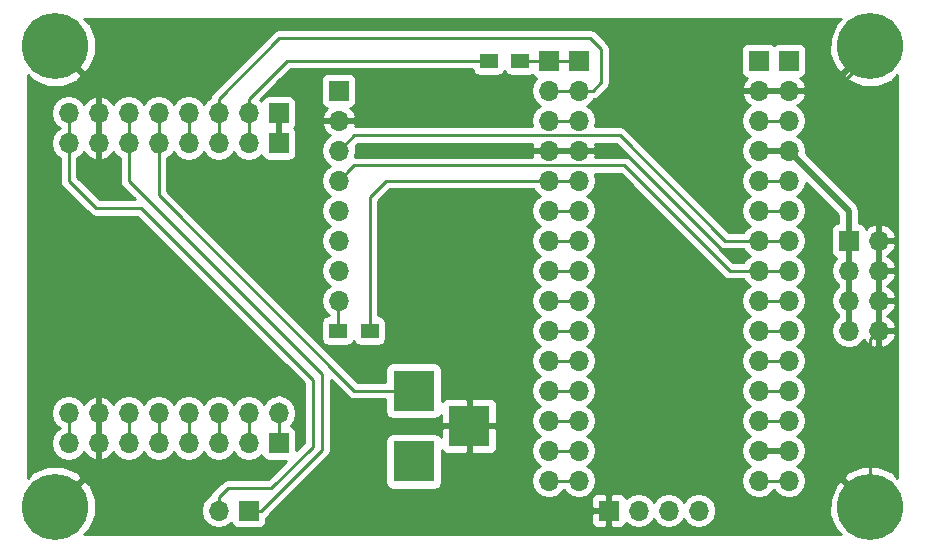
<source format=gtl>
G04 #@! TF.FileFunction,Copper,L1,Top,Signal*
%FSLAX46Y46*%
G04 Gerber Fmt 4.6, Leading zero omitted, Abs format (unit mm)*
G04 Created by KiCad (PCBNEW 4.0.7-e2-6376~58~ubuntu16.04.1) date Sat Dec 23 21:02:57 2017*
%MOMM*%
%LPD*%
G01*
G04 APERTURE LIST*
%ADD10C,0.100000*%
%ADD11R,1.700000X1.700000*%
%ADD12O,1.700000X1.700000*%
%ADD13R,3.500000X3.500000*%
%ADD14R,1.500000X1.300000*%
%ADD15C,5.600000*%
%ADD16C,0.228600*%
%ADD17C,0.508000*%
%ADD18C,0.254000*%
G04 APERTURE END LIST*
D10*
D11*
X121920000Y-113665000D03*
D12*
X119380000Y-113665000D03*
X116840000Y-113665000D03*
X114300000Y-113665000D03*
X111760000Y-113665000D03*
X109220000Y-113665000D03*
X106680000Y-113665000D03*
X104140000Y-113665000D03*
D11*
X149860000Y-147320000D03*
D12*
X152400000Y-147320000D03*
X154940000Y-147320000D03*
X157480000Y-147320000D03*
D11*
X144780000Y-109220000D03*
D12*
X144780000Y-111760000D03*
X144780000Y-114300000D03*
X144780000Y-116840000D03*
X144780000Y-119380000D03*
X144780000Y-121920000D03*
X144780000Y-124460000D03*
X144780000Y-127000000D03*
X144780000Y-129540000D03*
X144780000Y-132080000D03*
X144780000Y-134620000D03*
X144780000Y-137160000D03*
X144780000Y-139700000D03*
X144780000Y-142240000D03*
X144780000Y-144780000D03*
D11*
X165100000Y-109220000D03*
D12*
X165100000Y-111760000D03*
X165100000Y-114300000D03*
X165100000Y-116840000D03*
X165100000Y-119380000D03*
X165100000Y-121920000D03*
X165100000Y-124460000D03*
X165100000Y-127000000D03*
X165100000Y-129540000D03*
X165100000Y-132080000D03*
X165100000Y-134620000D03*
X165100000Y-137160000D03*
X165100000Y-139700000D03*
X165100000Y-142240000D03*
X165100000Y-144780000D03*
D13*
X133350000Y-137160000D03*
X133350000Y-143160000D03*
X138050000Y-140160000D03*
D11*
X119380000Y-147320000D03*
D12*
X116840000Y-147320000D03*
D14*
X126920000Y-132080000D03*
X129620000Y-132080000D03*
X139700000Y-109220000D03*
X142400000Y-109220000D03*
D11*
X147320000Y-109220000D03*
D12*
X147320000Y-111760000D03*
X147320000Y-114300000D03*
X147320000Y-116840000D03*
X147320000Y-119380000D03*
X147320000Y-121920000D03*
X147320000Y-124460000D03*
X147320000Y-127000000D03*
X147320000Y-129540000D03*
X147320000Y-132080000D03*
X147320000Y-134620000D03*
X147320000Y-137160000D03*
X147320000Y-139700000D03*
X147320000Y-142240000D03*
X147320000Y-144780000D03*
D11*
X162560000Y-109220000D03*
D12*
X162560000Y-111760000D03*
X162560000Y-114300000D03*
X162560000Y-116840000D03*
X162560000Y-119380000D03*
X162560000Y-121920000D03*
X162560000Y-124460000D03*
X162560000Y-127000000D03*
X162560000Y-129540000D03*
X162560000Y-132080000D03*
X162560000Y-134620000D03*
X162560000Y-137160000D03*
X162560000Y-139700000D03*
X162560000Y-142240000D03*
X162560000Y-144780000D03*
D11*
X121920000Y-141605000D03*
D12*
X119380000Y-141605000D03*
X116840000Y-141605000D03*
X114300000Y-141605000D03*
X111760000Y-141605000D03*
X109220000Y-141605000D03*
X106680000Y-141605000D03*
X104140000Y-141605000D03*
D11*
X127000000Y-111760000D03*
D12*
X127000000Y-114300000D03*
X127000000Y-116840000D03*
X127000000Y-119380000D03*
X127000000Y-121920000D03*
X127000000Y-124460000D03*
X127000000Y-127000000D03*
X127000000Y-129540000D03*
D11*
X121920000Y-116205000D03*
D12*
X121920000Y-139065000D03*
X119380000Y-139065000D03*
X119380000Y-116205000D03*
X116840000Y-139065000D03*
X116840000Y-116205000D03*
X114300000Y-139065000D03*
X114300000Y-116205000D03*
X111760000Y-139065000D03*
X111760000Y-116205000D03*
X109220000Y-139065000D03*
X109220000Y-116205000D03*
X106680000Y-139065000D03*
X106680000Y-116205000D03*
X104140000Y-139065000D03*
X104140000Y-116205000D03*
D11*
X170180000Y-124460000D03*
D12*
X172720000Y-124460000D03*
X170180000Y-127000000D03*
X172720000Y-127000000D03*
X170180000Y-129540000D03*
X172720000Y-129540000D03*
X170180000Y-132080000D03*
X172720000Y-132080000D03*
D15*
X172000000Y-147000000D03*
X103000000Y-147000000D03*
X172000000Y-108000000D03*
X103000000Y-108000000D03*
D16*
X172000000Y-147000000D02*
X172000000Y-132800000D01*
X172000000Y-132800000D02*
X172720000Y-132080000D01*
X106680000Y-139065000D02*
X106680000Y-141605000D01*
X106680000Y-113665000D02*
X106680000Y-116205000D01*
X172720000Y-129540000D02*
X172720000Y-132080000D01*
X172720000Y-127000000D02*
X172720000Y-129540000D01*
X172720000Y-124460000D02*
X172720000Y-127000000D01*
X165100000Y-111760000D02*
X168910000Y-111760000D01*
X168910000Y-111760000D02*
X171450000Y-109220000D01*
X144780000Y-116840000D02*
X147320000Y-116840000D01*
X162560000Y-111760000D02*
X163762081Y-111760000D01*
X163762081Y-111760000D02*
X165100000Y-111760000D01*
X106680000Y-138362081D02*
X106680000Y-139700000D01*
X144780000Y-109220000D02*
X142400000Y-109220000D01*
X144780000Y-109220000D02*
X145858600Y-109220000D01*
X145858600Y-109220000D02*
X147320000Y-109220000D01*
X116840000Y-113665000D02*
X116840000Y-112462919D01*
X116840000Y-112462919D02*
X121987919Y-107315000D01*
X121987919Y-107315000D02*
X148315000Y-107315000D01*
X148315000Y-107315000D02*
X149225000Y-108225000D01*
X149225000Y-108225000D02*
X149225000Y-111075000D01*
X149225000Y-111075000D02*
X148540000Y-111760000D01*
X148540000Y-111760000D02*
X147320000Y-111760000D01*
X116840000Y-113665000D02*
X116840000Y-116205000D01*
X144780000Y-111760000D02*
X145982081Y-111760000D01*
X145982081Y-111760000D02*
X147320000Y-111760000D01*
X144780000Y-114300000D02*
X145982081Y-114300000D01*
X145982081Y-114300000D02*
X147320000Y-114300000D01*
X129620000Y-132080000D02*
X129620000Y-120780000D01*
X129620000Y-120780000D02*
X131020000Y-119380000D01*
X131020000Y-119380000D02*
X143577919Y-119380000D01*
X143577919Y-119380000D02*
X144780000Y-119380000D01*
X144780000Y-119380000D02*
X145982081Y-119380000D01*
X145982081Y-119380000D02*
X147320000Y-119380000D01*
X144780000Y-121920000D02*
X145982081Y-121920000D01*
X145982081Y-121920000D02*
X147320000Y-121920000D01*
X144780000Y-124460000D02*
X147320000Y-124460000D01*
X144780000Y-127000000D02*
X145982081Y-127000000D01*
X145982081Y-127000000D02*
X147320000Y-127000000D01*
X144780000Y-129540000D02*
X147320000Y-129540000D01*
X144780000Y-132080000D02*
X145982081Y-132080000D01*
X145982081Y-132080000D02*
X147320000Y-132080000D01*
X144780000Y-134620000D02*
X147320000Y-134620000D01*
X144780000Y-137160000D02*
X145982081Y-137160000D01*
X145982081Y-137160000D02*
X147320000Y-137160000D01*
X144780000Y-139700000D02*
X147320000Y-139700000D01*
X144780000Y-142240000D02*
X145982081Y-142240000D01*
X145982081Y-142240000D02*
X147320000Y-142240000D01*
X147320000Y-144780000D02*
X144780000Y-144780000D01*
D17*
X121920000Y-113665000D02*
X121920000Y-116205000D01*
X170180000Y-129540000D02*
X170180000Y-132080000D01*
X170180000Y-127000000D02*
X170180000Y-129540000D01*
X170180000Y-124460000D02*
X170180000Y-127000000D01*
X165100000Y-116840000D02*
X170180000Y-121920000D01*
X170180000Y-121920000D02*
X170180000Y-124460000D01*
X162560000Y-116840000D02*
X165100000Y-116840000D01*
D16*
X162560000Y-119380000D02*
X165100000Y-119380000D01*
X162560000Y-121920000D02*
X163762081Y-121920000D01*
X163762081Y-121920000D02*
X165100000Y-121920000D01*
X162560000Y-124460000D02*
X159710000Y-124460000D01*
X159710000Y-124460000D02*
X150800000Y-115550000D01*
X150800000Y-115550000D02*
X128290000Y-115550000D01*
X128290000Y-115550000D02*
X127000000Y-116840000D01*
X162560000Y-124460000D02*
X165100000Y-124460000D01*
X162560000Y-127000000D02*
X160100000Y-127000000D01*
X160100000Y-127000000D02*
X151200000Y-118100000D01*
X151200000Y-118100000D02*
X128280000Y-118100000D01*
X128280000Y-118100000D02*
X127849999Y-118530001D01*
X127849999Y-118530001D02*
X127000000Y-119380000D01*
X162560000Y-127000000D02*
X165100000Y-127000000D01*
X162560000Y-129540000D02*
X165100000Y-129540000D01*
X162560000Y-132080000D02*
X165100000Y-132080000D01*
X162560000Y-134620000D02*
X163762081Y-134620000D01*
X163762081Y-134620000D02*
X165100000Y-134620000D01*
X162560000Y-137160000D02*
X165100000Y-137160000D01*
X162560000Y-139700000D02*
X165100000Y-139700000D01*
D17*
X162560000Y-142240000D02*
X165100000Y-142240000D01*
D16*
X162560000Y-144780000D02*
X163762081Y-144780000D01*
X163762081Y-144780000D02*
X165100000Y-144780000D01*
X121920000Y-139065000D02*
X121920000Y-141605000D01*
X121920000Y-138238600D02*
X121920000Y-139700000D01*
X126920000Y-132080000D02*
X126920000Y-129620000D01*
X126920000Y-129620000D02*
X127000000Y-129540000D01*
X139700000Y-109220000D02*
X122622919Y-109220000D01*
X122622919Y-109220000D02*
X119380000Y-112462919D01*
X119380000Y-112462919D02*
X119380000Y-113665000D01*
X119380000Y-113665000D02*
X119380000Y-116205000D01*
X119380000Y-115637919D02*
X119380000Y-116840000D01*
X114300000Y-113665000D02*
X114300000Y-116205000D01*
X133350000Y-143160000D02*
X133390000Y-143160000D01*
X111760000Y-113665000D02*
X111760000Y-116205000D01*
X111760000Y-119380000D02*
X111760000Y-116840000D01*
X111760000Y-120582081D02*
X111760000Y-119380000D01*
X133350000Y-137160000D02*
X128337919Y-137160000D01*
X128337919Y-137160000D02*
X111760000Y-120582081D01*
X111760000Y-116840000D02*
X111390000Y-116840000D01*
X109220000Y-119380000D02*
X109220000Y-118177919D01*
X125600000Y-135760000D02*
X109220000Y-119380000D01*
X119380000Y-147320000D02*
X120458600Y-147320000D01*
X109220000Y-118177919D02*
X109220000Y-116840000D01*
X120458600Y-147320000D02*
X125600000Y-142178600D01*
X125600000Y-142178600D02*
X125600000Y-135760000D01*
X109220000Y-113665000D02*
X109220000Y-116205000D01*
X124800000Y-141900000D02*
X124800000Y-136250000D01*
X106460000Y-121700000D02*
X104140000Y-119380000D01*
X124800000Y-136250000D02*
X110250000Y-121700000D01*
X104140000Y-118177919D02*
X104140000Y-116840000D01*
X116840000Y-146210000D02*
X117650000Y-145400000D01*
X104140000Y-119380000D02*
X104140000Y-118177919D01*
X116840000Y-147320000D02*
X116840000Y-146210000D01*
X117650000Y-145400000D02*
X121300000Y-145400000D01*
X121300000Y-145400000D02*
X124800000Y-141900000D01*
X110250000Y-121700000D02*
X106460000Y-121700000D01*
X104140000Y-113665000D02*
X104140000Y-116205000D01*
X119380000Y-139065000D02*
X119380000Y-141605000D01*
X116840000Y-139065000D02*
X116840000Y-141605000D01*
X116840000Y-138362081D02*
X116840000Y-139700000D01*
X114300000Y-139065000D02*
X114300000Y-140267081D01*
X114300000Y-140267081D02*
X114300000Y-141605000D01*
X111760000Y-139065000D02*
X111760000Y-140970000D01*
X111760000Y-140970000D02*
X111760000Y-141605000D01*
X109220000Y-139065000D02*
X109220000Y-141605000D01*
X109220000Y-138362081D02*
X109220000Y-139700000D01*
X104140000Y-139065000D02*
X104140000Y-141605000D01*
X162560000Y-114300000D02*
X165100000Y-114300000D01*
D18*
G36*
X169547658Y-105727266D02*
X169093797Y-106045501D01*
X168567064Y-107306434D01*
X168562965Y-108672956D01*
X169082122Y-109937027D01*
X169093797Y-109954499D01*
X169547660Y-110272735D01*
X171820395Y-108000000D01*
X171806253Y-107985858D01*
X171985858Y-107806253D01*
X172000000Y-107820395D01*
X172014143Y-107806253D01*
X172193748Y-107985858D01*
X172179605Y-108000000D01*
X172193748Y-108014143D01*
X172014143Y-108193748D01*
X172000000Y-108179605D01*
X169727265Y-110452340D01*
X170045501Y-110906203D01*
X171306434Y-111432936D01*
X172672956Y-111437035D01*
X173937027Y-110917878D01*
X173954499Y-110906203D01*
X174272734Y-110452342D01*
X174290000Y-110469608D01*
X174290000Y-144530392D01*
X174272734Y-144547658D01*
X173954499Y-144093797D01*
X172693566Y-143567064D01*
X171327044Y-143562965D01*
X170062973Y-144082122D01*
X170045501Y-144093797D01*
X169727265Y-144547660D01*
X172000000Y-146820395D01*
X172014143Y-146806253D01*
X172193748Y-146985858D01*
X172179605Y-147000000D01*
X172193748Y-147014143D01*
X172014143Y-147193748D01*
X172000000Y-147179605D01*
X171985858Y-147193748D01*
X171806253Y-147014143D01*
X171820395Y-147000000D01*
X169547660Y-144727265D01*
X169093797Y-145045501D01*
X168567064Y-146306434D01*
X168562965Y-147672956D01*
X169082122Y-148937027D01*
X169093797Y-148954499D01*
X169547658Y-149272734D01*
X169530392Y-149290000D01*
X105469608Y-149290000D01*
X105452342Y-149272734D01*
X105906203Y-148954499D01*
X106432936Y-147693566D01*
X106437035Y-146327044D01*
X105917878Y-145062973D01*
X105906203Y-145045501D01*
X105452340Y-144727265D01*
X103179605Y-147000000D01*
X103193748Y-147014143D01*
X103014143Y-147193748D01*
X103000000Y-147179605D01*
X102985858Y-147193748D01*
X102806253Y-147014143D01*
X102820395Y-147000000D01*
X102806253Y-146985858D01*
X102985858Y-146806253D01*
X103000000Y-146820395D01*
X105272735Y-144547660D01*
X104954499Y-144093797D01*
X103693566Y-143567064D01*
X102327044Y-143562965D01*
X101062973Y-144082122D01*
X101045501Y-144093797D01*
X100727266Y-144547658D01*
X100710000Y-144530392D01*
X100710000Y-139035907D01*
X102655000Y-139035907D01*
X102655000Y-139094093D01*
X102768039Y-139662378D01*
X103089946Y-140144147D01*
X103375578Y-140335000D01*
X103089946Y-140525853D01*
X102768039Y-141007622D01*
X102655000Y-141575907D01*
X102655000Y-141634093D01*
X102768039Y-142202378D01*
X103089946Y-142684147D01*
X103571715Y-143006054D01*
X104140000Y-143119093D01*
X104708285Y-143006054D01*
X105190054Y-142684147D01*
X105417702Y-142343447D01*
X105484817Y-142486358D01*
X105913076Y-142876645D01*
X106323110Y-143046476D01*
X106553000Y-142925155D01*
X106553000Y-141732000D01*
X106533000Y-141732000D01*
X106533000Y-141478000D01*
X106553000Y-141478000D01*
X106553000Y-139192000D01*
X106533000Y-139192000D01*
X106533000Y-138938000D01*
X106553000Y-138938000D01*
X106553000Y-137744845D01*
X106323110Y-137623524D01*
X105913076Y-137793355D01*
X105484817Y-138183642D01*
X105417702Y-138326553D01*
X105190054Y-137985853D01*
X104708285Y-137663946D01*
X104140000Y-137550907D01*
X103571715Y-137663946D01*
X103089946Y-137985853D01*
X102768039Y-138467622D01*
X102655000Y-139035907D01*
X100710000Y-139035907D01*
X100710000Y-113635907D01*
X102655000Y-113635907D01*
X102655000Y-113694093D01*
X102768039Y-114262378D01*
X103089946Y-114744147D01*
X103375578Y-114935000D01*
X103089946Y-115125853D01*
X102768039Y-115607622D01*
X102655000Y-116175907D01*
X102655000Y-116234093D01*
X102768039Y-116802378D01*
X103089946Y-117284147D01*
X103390700Y-117485104D01*
X103390700Y-119380000D01*
X103447737Y-119666745D01*
X103610165Y-119909835D01*
X105930165Y-122229835D01*
X106173255Y-122392263D01*
X106460000Y-122449300D01*
X109939630Y-122449300D01*
X124050700Y-136560370D01*
X124050700Y-141589630D01*
X123417440Y-142222890D01*
X123417440Y-140755000D01*
X123373162Y-140519683D01*
X123234090Y-140303559D01*
X123021890Y-140158569D01*
X122965546Y-140147159D01*
X122970054Y-140144147D01*
X123291961Y-139662378D01*
X123405000Y-139094093D01*
X123405000Y-139035907D01*
X123291961Y-138467622D01*
X122970054Y-137985853D01*
X122488285Y-137663946D01*
X122338029Y-137634058D01*
X122206745Y-137546337D01*
X121920000Y-137489300D01*
X121633255Y-137546337D01*
X121501971Y-137634058D01*
X121351715Y-137663946D01*
X120869946Y-137985853D01*
X120650000Y-138315026D01*
X120430054Y-137985853D01*
X119948285Y-137663946D01*
X119380000Y-137550907D01*
X118811715Y-137663946D01*
X118329946Y-137985853D01*
X118110000Y-138315026D01*
X117890054Y-137985853D01*
X117408285Y-137663946D01*
X116840000Y-137550907D01*
X116271715Y-137663946D01*
X115789946Y-137985853D01*
X115570000Y-138315026D01*
X115350054Y-137985853D01*
X114868285Y-137663946D01*
X114300000Y-137550907D01*
X113731715Y-137663946D01*
X113249946Y-137985853D01*
X113030000Y-138315026D01*
X112810054Y-137985853D01*
X112328285Y-137663946D01*
X111760000Y-137550907D01*
X111191715Y-137663946D01*
X110709946Y-137985853D01*
X110490000Y-138315026D01*
X110270054Y-137985853D01*
X109788285Y-137663946D01*
X109220000Y-137550907D01*
X108651715Y-137663946D01*
X108169946Y-137985853D01*
X107942298Y-138326553D01*
X107875183Y-138183642D01*
X107446924Y-137793355D01*
X107036890Y-137623524D01*
X106807000Y-137744845D01*
X106807000Y-138938000D01*
X106827000Y-138938000D01*
X106827000Y-139192000D01*
X106807000Y-139192000D01*
X106807000Y-141478000D01*
X106827000Y-141478000D01*
X106827000Y-141732000D01*
X106807000Y-141732000D01*
X106807000Y-142925155D01*
X107036890Y-143046476D01*
X107446924Y-142876645D01*
X107875183Y-142486358D01*
X107942298Y-142343447D01*
X108169946Y-142684147D01*
X108651715Y-143006054D01*
X109220000Y-143119093D01*
X109788285Y-143006054D01*
X110270054Y-142684147D01*
X110490000Y-142354974D01*
X110709946Y-142684147D01*
X111191715Y-143006054D01*
X111760000Y-143119093D01*
X112328285Y-143006054D01*
X112810054Y-142684147D01*
X113030000Y-142354974D01*
X113249946Y-142684147D01*
X113731715Y-143006054D01*
X114300000Y-143119093D01*
X114868285Y-143006054D01*
X115350054Y-142684147D01*
X115570000Y-142354974D01*
X115789946Y-142684147D01*
X116271715Y-143006054D01*
X116840000Y-143119093D01*
X117408285Y-143006054D01*
X117890054Y-142684147D01*
X118110000Y-142354974D01*
X118329946Y-142684147D01*
X118811715Y-143006054D01*
X119380000Y-143119093D01*
X119948285Y-143006054D01*
X120430054Y-142684147D01*
X120457850Y-142642548D01*
X120466838Y-142690317D01*
X120605910Y-142906441D01*
X120818110Y-143051431D01*
X121070000Y-143102440D01*
X122537890Y-143102440D01*
X120989630Y-144650700D01*
X117650000Y-144650700D01*
X117363255Y-144707737D01*
X117120165Y-144870165D01*
X116310165Y-145680165D01*
X116147737Y-145923255D01*
X116129722Y-146013822D01*
X115789946Y-146240853D01*
X115468039Y-146722622D01*
X115355000Y-147290907D01*
X115355000Y-147349093D01*
X115468039Y-147917378D01*
X115789946Y-148399147D01*
X116271715Y-148721054D01*
X116840000Y-148834093D01*
X117408285Y-148721054D01*
X117890054Y-148399147D01*
X117917850Y-148357548D01*
X117926838Y-148405317D01*
X118065910Y-148621441D01*
X118278110Y-148766431D01*
X118530000Y-148817440D01*
X120230000Y-148817440D01*
X120465317Y-148773162D01*
X120681441Y-148634090D01*
X120826431Y-148421890D01*
X120877440Y-148170000D01*
X120877440Y-147924000D01*
X120988435Y-147849835D01*
X121232520Y-147605750D01*
X148375000Y-147605750D01*
X148375000Y-148296309D01*
X148471673Y-148529698D01*
X148650301Y-148708327D01*
X148883690Y-148805000D01*
X149574250Y-148805000D01*
X149733000Y-148646250D01*
X149733000Y-147447000D01*
X148533750Y-147447000D01*
X148375000Y-147605750D01*
X121232520Y-147605750D01*
X122494579Y-146343691D01*
X148375000Y-146343691D01*
X148375000Y-147034250D01*
X148533750Y-147193000D01*
X149733000Y-147193000D01*
X149733000Y-145993750D01*
X149987000Y-145993750D01*
X149987000Y-147193000D01*
X150007000Y-147193000D01*
X150007000Y-147447000D01*
X149987000Y-147447000D01*
X149987000Y-148646250D01*
X150145750Y-148805000D01*
X150836310Y-148805000D01*
X151069699Y-148708327D01*
X151248327Y-148529698D01*
X151320597Y-148355223D01*
X151349946Y-148399147D01*
X151831715Y-148721054D01*
X152400000Y-148834093D01*
X152968285Y-148721054D01*
X153450054Y-148399147D01*
X153670000Y-148069974D01*
X153889946Y-148399147D01*
X154371715Y-148721054D01*
X154940000Y-148834093D01*
X155508285Y-148721054D01*
X155990054Y-148399147D01*
X156210000Y-148069974D01*
X156429946Y-148399147D01*
X156911715Y-148721054D01*
X157480000Y-148834093D01*
X158048285Y-148721054D01*
X158530054Y-148399147D01*
X158851961Y-147917378D01*
X158965000Y-147349093D01*
X158965000Y-147290907D01*
X158851961Y-146722622D01*
X158530054Y-146240853D01*
X158048285Y-145918946D01*
X157480000Y-145805907D01*
X156911715Y-145918946D01*
X156429946Y-146240853D01*
X156210000Y-146570026D01*
X155990054Y-146240853D01*
X155508285Y-145918946D01*
X154940000Y-145805907D01*
X154371715Y-145918946D01*
X153889946Y-146240853D01*
X153670000Y-146570026D01*
X153450054Y-146240853D01*
X152968285Y-145918946D01*
X152400000Y-145805907D01*
X151831715Y-145918946D01*
X151349946Y-146240853D01*
X151320597Y-146284777D01*
X151248327Y-146110302D01*
X151069699Y-145931673D01*
X150836310Y-145835000D01*
X150145750Y-145835000D01*
X149987000Y-145993750D01*
X149733000Y-145993750D01*
X149574250Y-145835000D01*
X148883690Y-145835000D01*
X148650301Y-145931673D01*
X148471673Y-146110302D01*
X148375000Y-146343691D01*
X122494579Y-146343691D01*
X126129835Y-142708435D01*
X126239039Y-142545000D01*
X126292263Y-142465345D01*
X126349300Y-142178600D01*
X126349300Y-141410000D01*
X130952560Y-141410000D01*
X130952560Y-144910000D01*
X130996838Y-145145317D01*
X131135910Y-145361441D01*
X131348110Y-145506431D01*
X131600000Y-145557440D01*
X135100000Y-145557440D01*
X135335317Y-145513162D01*
X135551441Y-145374090D01*
X135696431Y-145161890D01*
X135747440Y-144910000D01*
X135747440Y-142235337D01*
X135761673Y-142269698D01*
X135940301Y-142448327D01*
X136173690Y-142545000D01*
X137764250Y-142545000D01*
X137923000Y-142386250D01*
X137923000Y-140287000D01*
X138177000Y-140287000D01*
X138177000Y-142386250D01*
X138335750Y-142545000D01*
X139926310Y-142545000D01*
X140159699Y-142448327D01*
X140338327Y-142269698D01*
X140435000Y-142036309D01*
X140435000Y-140445750D01*
X140276250Y-140287000D01*
X138177000Y-140287000D01*
X137923000Y-140287000D01*
X135823750Y-140287000D01*
X135665000Y-140445750D01*
X135665000Y-141115378D01*
X135564090Y-140958559D01*
X135351890Y-140813569D01*
X135100000Y-140762560D01*
X131600000Y-140762560D01*
X131364683Y-140806838D01*
X131148559Y-140945910D01*
X131003569Y-141158110D01*
X130952560Y-141410000D01*
X126349300Y-141410000D01*
X126349300Y-136231051D01*
X127808084Y-137689835D01*
X128051174Y-137852263D01*
X128337919Y-137909300D01*
X130952560Y-137909300D01*
X130952560Y-138910000D01*
X130996838Y-139145317D01*
X131135910Y-139361441D01*
X131348110Y-139506431D01*
X131600000Y-139557440D01*
X135100000Y-139557440D01*
X135335317Y-139513162D01*
X135551441Y-139374090D01*
X135665000Y-139207891D01*
X135665000Y-139874250D01*
X135823750Y-140033000D01*
X137923000Y-140033000D01*
X137923000Y-137933750D01*
X138177000Y-137933750D01*
X138177000Y-140033000D01*
X140276250Y-140033000D01*
X140435000Y-139874250D01*
X140435000Y-138283691D01*
X140338327Y-138050302D01*
X140159699Y-137871673D01*
X139926310Y-137775000D01*
X138335750Y-137775000D01*
X138177000Y-137933750D01*
X137923000Y-137933750D01*
X137764250Y-137775000D01*
X136173690Y-137775000D01*
X135940301Y-137871673D01*
X135761673Y-138050302D01*
X135747440Y-138084663D01*
X135747440Y-135410000D01*
X135703162Y-135174683D01*
X135564090Y-134958559D01*
X135351890Y-134813569D01*
X135100000Y-134762560D01*
X131600000Y-134762560D01*
X131364683Y-134806838D01*
X131148559Y-134945910D01*
X131003569Y-135158110D01*
X130952560Y-135410000D01*
X130952560Y-136410700D01*
X128648289Y-136410700D01*
X112509300Y-120271711D01*
X112509300Y-117485104D01*
X112810054Y-117284147D01*
X113030000Y-116954974D01*
X113249946Y-117284147D01*
X113731715Y-117606054D01*
X114300000Y-117719093D01*
X114868285Y-117606054D01*
X115350054Y-117284147D01*
X115570000Y-116954974D01*
X115789946Y-117284147D01*
X116271715Y-117606054D01*
X116840000Y-117719093D01*
X117408285Y-117606054D01*
X117890054Y-117284147D01*
X118110000Y-116954974D01*
X118329946Y-117284147D01*
X118811715Y-117606054D01*
X119380000Y-117719093D01*
X119948285Y-117606054D01*
X120430054Y-117284147D01*
X120457850Y-117242548D01*
X120466838Y-117290317D01*
X120605910Y-117506441D01*
X120818110Y-117651431D01*
X121070000Y-117702440D01*
X122770000Y-117702440D01*
X123005317Y-117658162D01*
X123221441Y-117519090D01*
X123366431Y-117306890D01*
X123417440Y-117055000D01*
X123417440Y-115355000D01*
X123373162Y-115119683D01*
X123252985Y-114932923D01*
X123366431Y-114766890D01*
X123417440Y-114515000D01*
X123417440Y-112815000D01*
X123373162Y-112579683D01*
X123234090Y-112363559D01*
X123021890Y-112218569D01*
X122770000Y-112167560D01*
X121070000Y-112167560D01*
X120834683Y-112211838D01*
X120618559Y-112350910D01*
X120473569Y-112563110D01*
X120459914Y-112630541D01*
X120430054Y-112585853D01*
X120362125Y-112540464D01*
X121992589Y-110910000D01*
X125502560Y-110910000D01*
X125502560Y-112610000D01*
X125546838Y-112845317D01*
X125685910Y-113061441D01*
X125898110Y-113206431D01*
X126006107Y-113228301D01*
X125728355Y-113533076D01*
X125558524Y-113943110D01*
X125679845Y-114173000D01*
X126873000Y-114173000D01*
X126873000Y-114153000D01*
X127127000Y-114153000D01*
X127127000Y-114173000D01*
X128320155Y-114173000D01*
X128441476Y-113943110D01*
X128271645Y-113533076D01*
X127995499Y-113230063D01*
X128085317Y-113213162D01*
X128301441Y-113074090D01*
X128446431Y-112861890D01*
X128497440Y-112610000D01*
X128497440Y-110910000D01*
X128453162Y-110674683D01*
X128314090Y-110458559D01*
X128101890Y-110313569D01*
X127850000Y-110262560D01*
X126150000Y-110262560D01*
X125914683Y-110306838D01*
X125698559Y-110445910D01*
X125553569Y-110658110D01*
X125502560Y-110910000D01*
X121992589Y-110910000D01*
X122933289Y-109969300D01*
X138321245Y-109969300D01*
X138346838Y-110105317D01*
X138485910Y-110321441D01*
X138698110Y-110466431D01*
X138950000Y-110517440D01*
X140450000Y-110517440D01*
X140685317Y-110473162D01*
X140901441Y-110334090D01*
X141046431Y-110121890D01*
X141049081Y-110108803D01*
X141185910Y-110321441D01*
X141398110Y-110466431D01*
X141650000Y-110517440D01*
X143150000Y-110517440D01*
X143385317Y-110473162D01*
X143420341Y-110450625D01*
X143465910Y-110521441D01*
X143678110Y-110666431D01*
X143745541Y-110680086D01*
X143700853Y-110709946D01*
X143378946Y-111191715D01*
X143265907Y-111760000D01*
X143378946Y-112328285D01*
X143700853Y-112810054D01*
X144030026Y-113030000D01*
X143700853Y-113249946D01*
X143378946Y-113731715D01*
X143265907Y-114300000D01*
X143365502Y-114800700D01*
X128381912Y-114800700D01*
X128441476Y-114656890D01*
X128320155Y-114427000D01*
X127127000Y-114427000D01*
X127127000Y-114447000D01*
X126873000Y-114447000D01*
X126873000Y-114427000D01*
X125679845Y-114427000D01*
X125558524Y-114656890D01*
X125728355Y-115066924D01*
X126118642Y-115495183D01*
X126261553Y-115562298D01*
X125920853Y-115789946D01*
X125598946Y-116271715D01*
X125485907Y-116840000D01*
X125598946Y-117408285D01*
X125920853Y-117890054D01*
X126250026Y-118110000D01*
X125920853Y-118329946D01*
X125598946Y-118811715D01*
X125485907Y-119380000D01*
X125598946Y-119948285D01*
X125920853Y-120430054D01*
X126250026Y-120650000D01*
X125920853Y-120869946D01*
X125598946Y-121351715D01*
X125485907Y-121920000D01*
X125598946Y-122488285D01*
X125920853Y-122970054D01*
X126250026Y-123190000D01*
X125920853Y-123409946D01*
X125598946Y-123891715D01*
X125485907Y-124460000D01*
X125598946Y-125028285D01*
X125920853Y-125510054D01*
X126250026Y-125730000D01*
X125920853Y-125949946D01*
X125598946Y-126431715D01*
X125485907Y-127000000D01*
X125598946Y-127568285D01*
X125920853Y-128050054D01*
X126250026Y-128270000D01*
X125920853Y-128489946D01*
X125598946Y-128971715D01*
X125485907Y-129540000D01*
X125598946Y-130108285D01*
X125920853Y-130590054D01*
X126170700Y-130756996D01*
X126170700Y-130782560D01*
X126170000Y-130782560D01*
X125934683Y-130826838D01*
X125718559Y-130965910D01*
X125573569Y-131178110D01*
X125522560Y-131430000D01*
X125522560Y-132730000D01*
X125566838Y-132965317D01*
X125705910Y-133181441D01*
X125918110Y-133326431D01*
X126170000Y-133377440D01*
X127670000Y-133377440D01*
X127905317Y-133333162D01*
X128121441Y-133194090D01*
X128266431Y-132981890D01*
X128269081Y-132968803D01*
X128405910Y-133181441D01*
X128618110Y-133326431D01*
X128870000Y-133377440D01*
X130370000Y-133377440D01*
X130605317Y-133333162D01*
X130821441Y-133194090D01*
X130966431Y-132981890D01*
X131017440Y-132730000D01*
X131017440Y-131430000D01*
X130973162Y-131194683D01*
X130834090Y-130978559D01*
X130621890Y-130833569D01*
X130370000Y-130782560D01*
X130369300Y-130782560D01*
X130369300Y-121090370D01*
X131330370Y-120129300D01*
X143499896Y-120129300D01*
X143700853Y-120430054D01*
X144030026Y-120650000D01*
X143700853Y-120869946D01*
X143378946Y-121351715D01*
X143265907Y-121920000D01*
X143378946Y-122488285D01*
X143700853Y-122970054D01*
X144030026Y-123190000D01*
X143700853Y-123409946D01*
X143378946Y-123891715D01*
X143265907Y-124460000D01*
X143378946Y-125028285D01*
X143700853Y-125510054D01*
X144030026Y-125730000D01*
X143700853Y-125949946D01*
X143378946Y-126431715D01*
X143265907Y-127000000D01*
X143378946Y-127568285D01*
X143700853Y-128050054D01*
X144030026Y-128270000D01*
X143700853Y-128489946D01*
X143378946Y-128971715D01*
X143265907Y-129540000D01*
X143378946Y-130108285D01*
X143700853Y-130590054D01*
X144030026Y-130810000D01*
X143700853Y-131029946D01*
X143378946Y-131511715D01*
X143265907Y-132080000D01*
X143378946Y-132648285D01*
X143700853Y-133130054D01*
X144030026Y-133350000D01*
X143700853Y-133569946D01*
X143378946Y-134051715D01*
X143265907Y-134620000D01*
X143378946Y-135188285D01*
X143700853Y-135670054D01*
X144030026Y-135890000D01*
X143700853Y-136109946D01*
X143378946Y-136591715D01*
X143265907Y-137160000D01*
X143378946Y-137728285D01*
X143700853Y-138210054D01*
X144030026Y-138430000D01*
X143700853Y-138649946D01*
X143378946Y-139131715D01*
X143265907Y-139700000D01*
X143378946Y-140268285D01*
X143700853Y-140750054D01*
X144030026Y-140970000D01*
X143700853Y-141189946D01*
X143378946Y-141671715D01*
X143265907Y-142240000D01*
X143378946Y-142808285D01*
X143700853Y-143290054D01*
X144030026Y-143510000D01*
X143700853Y-143729946D01*
X143378946Y-144211715D01*
X143265907Y-144780000D01*
X143378946Y-145348285D01*
X143700853Y-145830054D01*
X144182622Y-146151961D01*
X144750907Y-146265000D01*
X144809093Y-146265000D01*
X145377378Y-146151961D01*
X145859147Y-145830054D01*
X146050000Y-145544422D01*
X146240853Y-145830054D01*
X146722622Y-146151961D01*
X147290907Y-146265000D01*
X147349093Y-146265000D01*
X147917378Y-146151961D01*
X148399147Y-145830054D01*
X148721054Y-145348285D01*
X148834093Y-144780000D01*
X148721054Y-144211715D01*
X148399147Y-143729946D01*
X148069974Y-143510000D01*
X148399147Y-143290054D01*
X148721054Y-142808285D01*
X148834093Y-142240000D01*
X148721054Y-141671715D01*
X148399147Y-141189946D01*
X148069974Y-140970000D01*
X148399147Y-140750054D01*
X148721054Y-140268285D01*
X148834093Y-139700000D01*
X148721054Y-139131715D01*
X148399147Y-138649946D01*
X148069974Y-138430000D01*
X148399147Y-138210054D01*
X148721054Y-137728285D01*
X148834093Y-137160000D01*
X148721054Y-136591715D01*
X148399147Y-136109946D01*
X148069974Y-135890000D01*
X148399147Y-135670054D01*
X148721054Y-135188285D01*
X148834093Y-134620000D01*
X148721054Y-134051715D01*
X148399147Y-133569946D01*
X148069974Y-133350000D01*
X148399147Y-133130054D01*
X148721054Y-132648285D01*
X148834093Y-132080000D01*
X148721054Y-131511715D01*
X148399147Y-131029946D01*
X148069974Y-130810000D01*
X148399147Y-130590054D01*
X148721054Y-130108285D01*
X148834093Y-129540000D01*
X148721054Y-128971715D01*
X148399147Y-128489946D01*
X148069974Y-128270000D01*
X148399147Y-128050054D01*
X148721054Y-127568285D01*
X148834093Y-127000000D01*
X148721054Y-126431715D01*
X148399147Y-125949946D01*
X148069974Y-125730000D01*
X148399147Y-125510054D01*
X148721054Y-125028285D01*
X148834093Y-124460000D01*
X148721054Y-123891715D01*
X148399147Y-123409946D01*
X148069974Y-123190000D01*
X148399147Y-122970054D01*
X148721054Y-122488285D01*
X148834093Y-121920000D01*
X148721054Y-121351715D01*
X148399147Y-120869946D01*
X148069974Y-120650000D01*
X148399147Y-120430054D01*
X148721054Y-119948285D01*
X148834093Y-119380000D01*
X148728530Y-118849300D01*
X150889630Y-118849300D01*
X159570165Y-127529835D01*
X159813255Y-127692263D01*
X160100000Y-127749300D01*
X161279896Y-127749300D01*
X161480853Y-128050054D01*
X161810026Y-128270000D01*
X161480853Y-128489946D01*
X161158946Y-128971715D01*
X161045907Y-129540000D01*
X161158946Y-130108285D01*
X161480853Y-130590054D01*
X161810026Y-130810000D01*
X161480853Y-131029946D01*
X161158946Y-131511715D01*
X161045907Y-132080000D01*
X161158946Y-132648285D01*
X161480853Y-133130054D01*
X161810026Y-133350000D01*
X161480853Y-133569946D01*
X161158946Y-134051715D01*
X161045907Y-134620000D01*
X161158946Y-135188285D01*
X161480853Y-135670054D01*
X161810026Y-135890000D01*
X161480853Y-136109946D01*
X161158946Y-136591715D01*
X161045907Y-137160000D01*
X161158946Y-137728285D01*
X161480853Y-138210054D01*
X161810026Y-138430000D01*
X161480853Y-138649946D01*
X161158946Y-139131715D01*
X161045907Y-139700000D01*
X161158946Y-140268285D01*
X161480853Y-140750054D01*
X161810026Y-140970000D01*
X161480853Y-141189946D01*
X161158946Y-141671715D01*
X161045907Y-142240000D01*
X161158946Y-142808285D01*
X161480853Y-143290054D01*
X161810026Y-143510000D01*
X161480853Y-143729946D01*
X161158946Y-144211715D01*
X161045907Y-144780000D01*
X161158946Y-145348285D01*
X161480853Y-145830054D01*
X161962622Y-146151961D01*
X162530907Y-146265000D01*
X162589093Y-146265000D01*
X163157378Y-146151961D01*
X163639147Y-145830054D01*
X163830000Y-145544422D01*
X164020853Y-145830054D01*
X164502622Y-146151961D01*
X165070907Y-146265000D01*
X165129093Y-146265000D01*
X165697378Y-146151961D01*
X166179147Y-145830054D01*
X166501054Y-145348285D01*
X166614093Y-144780000D01*
X166501054Y-144211715D01*
X166179147Y-143729946D01*
X165849974Y-143510000D01*
X166179147Y-143290054D01*
X166501054Y-142808285D01*
X166614093Y-142240000D01*
X166501054Y-141671715D01*
X166179147Y-141189946D01*
X165849974Y-140970000D01*
X166179147Y-140750054D01*
X166501054Y-140268285D01*
X166614093Y-139700000D01*
X166501054Y-139131715D01*
X166179147Y-138649946D01*
X165849974Y-138430000D01*
X166179147Y-138210054D01*
X166501054Y-137728285D01*
X166614093Y-137160000D01*
X166501054Y-136591715D01*
X166179147Y-136109946D01*
X165849974Y-135890000D01*
X166179147Y-135670054D01*
X166501054Y-135188285D01*
X166614093Y-134620000D01*
X166501054Y-134051715D01*
X166179147Y-133569946D01*
X165849974Y-133350000D01*
X166179147Y-133130054D01*
X166501054Y-132648285D01*
X166614093Y-132080000D01*
X166501054Y-131511715D01*
X166179147Y-131029946D01*
X165849974Y-130810000D01*
X166179147Y-130590054D01*
X166501054Y-130108285D01*
X166614093Y-129540000D01*
X166501054Y-128971715D01*
X166179147Y-128489946D01*
X165849974Y-128270000D01*
X166179147Y-128050054D01*
X166501054Y-127568285D01*
X166614093Y-127000000D01*
X166501054Y-126431715D01*
X166179147Y-125949946D01*
X165849974Y-125730000D01*
X166179147Y-125510054D01*
X166501054Y-125028285D01*
X166614093Y-124460000D01*
X166501054Y-123891715D01*
X166179147Y-123409946D01*
X165849974Y-123190000D01*
X166179147Y-122970054D01*
X166501054Y-122488285D01*
X166614093Y-121920000D01*
X166501054Y-121351715D01*
X166179147Y-120869946D01*
X165849974Y-120650000D01*
X166179147Y-120430054D01*
X166501054Y-119948285D01*
X166575713Y-119572949D01*
X169291000Y-122288236D01*
X169291000Y-122969898D01*
X169094683Y-123006838D01*
X168878559Y-123145910D01*
X168733569Y-123358110D01*
X168682560Y-123610000D01*
X168682560Y-125310000D01*
X168726838Y-125545317D01*
X168865910Y-125761441D01*
X169078110Y-125906431D01*
X169145541Y-125920086D01*
X169100853Y-125949946D01*
X168778946Y-126431715D01*
X168665907Y-127000000D01*
X168778946Y-127568285D01*
X169100853Y-128050054D01*
X169291000Y-128177106D01*
X169291000Y-128362894D01*
X169100853Y-128489946D01*
X168778946Y-128971715D01*
X168665907Y-129540000D01*
X168778946Y-130108285D01*
X169100853Y-130590054D01*
X169291000Y-130717106D01*
X169291000Y-130902894D01*
X169100853Y-131029946D01*
X168778946Y-131511715D01*
X168665907Y-132080000D01*
X168778946Y-132648285D01*
X169100853Y-133130054D01*
X169582622Y-133451961D01*
X170150907Y-133565000D01*
X170209093Y-133565000D01*
X170777378Y-133451961D01*
X171259147Y-133130054D01*
X171448345Y-132846899D01*
X171448355Y-132846924D01*
X171838642Y-133275183D01*
X172363108Y-133521486D01*
X172593000Y-133400819D01*
X172593000Y-132207000D01*
X172847000Y-132207000D01*
X172847000Y-133400819D01*
X173076892Y-133521486D01*
X173601358Y-133275183D01*
X173991645Y-132846924D01*
X174161476Y-132436890D01*
X174040155Y-132207000D01*
X172847000Y-132207000D01*
X172593000Y-132207000D01*
X172573000Y-132207000D01*
X172573000Y-131953000D01*
X172593000Y-131953000D01*
X172593000Y-129667000D01*
X172847000Y-129667000D01*
X172847000Y-131953000D01*
X174040155Y-131953000D01*
X174161476Y-131723110D01*
X173991645Y-131313076D01*
X173601358Y-130884817D01*
X173442046Y-130810000D01*
X173601358Y-130735183D01*
X173991645Y-130306924D01*
X174161476Y-129896890D01*
X174040155Y-129667000D01*
X172847000Y-129667000D01*
X172593000Y-129667000D01*
X172573000Y-129667000D01*
X172573000Y-129413000D01*
X172593000Y-129413000D01*
X172593000Y-127127000D01*
X172847000Y-127127000D01*
X172847000Y-129413000D01*
X174040155Y-129413000D01*
X174161476Y-129183110D01*
X173991645Y-128773076D01*
X173601358Y-128344817D01*
X173442046Y-128270000D01*
X173601358Y-128195183D01*
X173991645Y-127766924D01*
X174161476Y-127356890D01*
X174040155Y-127127000D01*
X172847000Y-127127000D01*
X172593000Y-127127000D01*
X172573000Y-127127000D01*
X172573000Y-126873000D01*
X172593000Y-126873000D01*
X172593000Y-124587000D01*
X172847000Y-124587000D01*
X172847000Y-126873000D01*
X174040155Y-126873000D01*
X174161476Y-126643110D01*
X173991645Y-126233076D01*
X173601358Y-125804817D01*
X173442046Y-125730000D01*
X173601358Y-125655183D01*
X173991645Y-125226924D01*
X174161476Y-124816890D01*
X174040155Y-124587000D01*
X172847000Y-124587000D01*
X172593000Y-124587000D01*
X172573000Y-124587000D01*
X172573000Y-124333000D01*
X172593000Y-124333000D01*
X172593000Y-123139181D01*
X172847000Y-123139181D01*
X172847000Y-124333000D01*
X174040155Y-124333000D01*
X174161476Y-124103110D01*
X173991645Y-123693076D01*
X173601358Y-123264817D01*
X173076892Y-123018514D01*
X172847000Y-123139181D01*
X172593000Y-123139181D01*
X172363108Y-123018514D01*
X171838642Y-123264817D01*
X171651192Y-123470504D01*
X171633162Y-123374683D01*
X171494090Y-123158559D01*
X171281890Y-123013569D01*
X171069000Y-122970458D01*
X171069000Y-121920000D01*
X171001329Y-121579794D01*
X170808618Y-121291382D01*
X166571478Y-117054242D01*
X166614093Y-116840000D01*
X166501054Y-116271715D01*
X166179147Y-115789946D01*
X165849974Y-115570000D01*
X166179147Y-115350054D01*
X166501054Y-114868285D01*
X166614093Y-114300000D01*
X166501054Y-113731715D01*
X166179147Y-113249946D01*
X165838447Y-113022298D01*
X165981358Y-112955183D01*
X166371645Y-112526924D01*
X166541476Y-112116890D01*
X166420155Y-111887000D01*
X165227000Y-111887000D01*
X165227000Y-111907000D01*
X164973000Y-111907000D01*
X164973000Y-111887000D01*
X162687000Y-111887000D01*
X162687000Y-111907000D01*
X162433000Y-111907000D01*
X162433000Y-111887000D01*
X161239845Y-111887000D01*
X161118524Y-112116890D01*
X161288355Y-112526924D01*
X161678642Y-112955183D01*
X161821553Y-113022298D01*
X161480853Y-113249946D01*
X161158946Y-113731715D01*
X161045907Y-114300000D01*
X161158946Y-114868285D01*
X161480853Y-115350054D01*
X161810026Y-115570000D01*
X161480853Y-115789946D01*
X161158946Y-116271715D01*
X161045907Y-116840000D01*
X161158946Y-117408285D01*
X161480853Y-117890054D01*
X161810026Y-118110000D01*
X161480853Y-118329946D01*
X161158946Y-118811715D01*
X161045907Y-119380000D01*
X161158946Y-119948285D01*
X161480853Y-120430054D01*
X161810026Y-120650000D01*
X161480853Y-120869946D01*
X161158946Y-121351715D01*
X161045907Y-121920000D01*
X161158946Y-122488285D01*
X161480853Y-122970054D01*
X161810026Y-123190000D01*
X161480853Y-123409946D01*
X161279896Y-123710700D01*
X160020370Y-123710700D01*
X151329835Y-115020165D01*
X151086745Y-114857737D01*
X150800000Y-114800700D01*
X148734498Y-114800700D01*
X148834093Y-114300000D01*
X148721054Y-113731715D01*
X148399147Y-113249946D01*
X148069974Y-113030000D01*
X148399147Y-112810054D01*
X148609317Y-112495512D01*
X148826745Y-112452263D01*
X149069835Y-112289835D01*
X149754835Y-111604835D01*
X149917263Y-111361745D01*
X149974300Y-111075000D01*
X149974300Y-108370000D01*
X161062560Y-108370000D01*
X161062560Y-110070000D01*
X161106838Y-110305317D01*
X161245910Y-110521441D01*
X161458110Y-110666431D01*
X161566107Y-110688301D01*
X161288355Y-110993076D01*
X161118524Y-111403110D01*
X161239845Y-111633000D01*
X162433000Y-111633000D01*
X162433000Y-111613000D01*
X162687000Y-111613000D01*
X162687000Y-111633000D01*
X164973000Y-111633000D01*
X164973000Y-111613000D01*
X165227000Y-111613000D01*
X165227000Y-111633000D01*
X166420155Y-111633000D01*
X166541476Y-111403110D01*
X166371645Y-110993076D01*
X166095499Y-110690063D01*
X166185317Y-110673162D01*
X166401441Y-110534090D01*
X166546431Y-110321890D01*
X166597440Y-110070000D01*
X166597440Y-108370000D01*
X166553162Y-108134683D01*
X166414090Y-107918559D01*
X166201890Y-107773569D01*
X165950000Y-107722560D01*
X164250000Y-107722560D01*
X164014683Y-107766838D01*
X163827923Y-107887015D01*
X163661890Y-107773569D01*
X163410000Y-107722560D01*
X161710000Y-107722560D01*
X161474683Y-107766838D01*
X161258559Y-107905910D01*
X161113569Y-108118110D01*
X161062560Y-108370000D01*
X149974300Y-108370000D01*
X149974300Y-108225000D01*
X149917263Y-107938255D01*
X149754835Y-107695165D01*
X148844835Y-106785165D01*
X148601745Y-106622737D01*
X148315000Y-106565700D01*
X121987919Y-106565700D01*
X121701174Y-106622737D01*
X121458084Y-106785165D01*
X116310165Y-111933084D01*
X116147737Y-112176174D01*
X116108599Y-112372937D01*
X115789946Y-112585853D01*
X115570000Y-112915026D01*
X115350054Y-112585853D01*
X114868285Y-112263946D01*
X114300000Y-112150907D01*
X113731715Y-112263946D01*
X113249946Y-112585853D01*
X113030000Y-112915026D01*
X112810054Y-112585853D01*
X112328285Y-112263946D01*
X111760000Y-112150907D01*
X111191715Y-112263946D01*
X110709946Y-112585853D01*
X110490000Y-112915026D01*
X110270054Y-112585853D01*
X109788285Y-112263946D01*
X109220000Y-112150907D01*
X108651715Y-112263946D01*
X108169946Y-112585853D01*
X107942298Y-112926553D01*
X107875183Y-112783642D01*
X107446924Y-112393355D01*
X107036890Y-112223524D01*
X106807000Y-112344845D01*
X106807000Y-113538000D01*
X106827000Y-113538000D01*
X106827000Y-113792000D01*
X106807000Y-113792000D01*
X106807000Y-116078000D01*
X106827000Y-116078000D01*
X106827000Y-116332000D01*
X106807000Y-116332000D01*
X106807000Y-117525155D01*
X107036890Y-117646476D01*
X107446924Y-117476645D01*
X107875183Y-117086358D01*
X107942298Y-116943447D01*
X108169946Y-117284147D01*
X108470700Y-117485104D01*
X108470700Y-119380000D01*
X108527737Y-119666745D01*
X108690165Y-119909835D01*
X109731030Y-120950700D01*
X106770370Y-120950700D01*
X104889300Y-119069630D01*
X104889300Y-117485104D01*
X105190054Y-117284147D01*
X105417702Y-116943447D01*
X105484817Y-117086358D01*
X105913076Y-117476645D01*
X106323110Y-117646476D01*
X106553000Y-117525155D01*
X106553000Y-116332000D01*
X106533000Y-116332000D01*
X106533000Y-116078000D01*
X106553000Y-116078000D01*
X106553000Y-113792000D01*
X106533000Y-113792000D01*
X106533000Y-113538000D01*
X106553000Y-113538000D01*
X106553000Y-112344845D01*
X106323110Y-112223524D01*
X105913076Y-112393355D01*
X105484817Y-112783642D01*
X105417702Y-112926553D01*
X105190054Y-112585853D01*
X104708285Y-112263946D01*
X104140000Y-112150907D01*
X103571715Y-112263946D01*
X103089946Y-112585853D01*
X102768039Y-113067622D01*
X102655000Y-113635907D01*
X100710000Y-113635907D01*
X100710000Y-110469608D01*
X100727266Y-110452342D01*
X101045501Y-110906203D01*
X102306434Y-111432936D01*
X103672956Y-111437035D01*
X104937027Y-110917878D01*
X104954499Y-110906203D01*
X105272735Y-110452340D01*
X103000000Y-108179605D01*
X102985858Y-108193748D01*
X102806253Y-108014143D01*
X102820395Y-108000000D01*
X102806253Y-107985858D01*
X102985858Y-107806253D01*
X103000000Y-107820395D01*
X103014143Y-107806253D01*
X103193748Y-107985858D01*
X103179605Y-108000000D01*
X105452340Y-110272735D01*
X105906203Y-109954499D01*
X106432936Y-108693566D01*
X106437035Y-107327044D01*
X105917878Y-106062973D01*
X105906203Y-106045501D01*
X105452342Y-105727266D01*
X105469608Y-105710000D01*
X169530392Y-105710000D01*
X169547658Y-105727266D01*
X169547658Y-105727266D01*
G37*
X169547658Y-105727266D02*
X169093797Y-106045501D01*
X168567064Y-107306434D01*
X168562965Y-108672956D01*
X169082122Y-109937027D01*
X169093797Y-109954499D01*
X169547660Y-110272735D01*
X171820395Y-108000000D01*
X171806253Y-107985858D01*
X171985858Y-107806253D01*
X172000000Y-107820395D01*
X172014143Y-107806253D01*
X172193748Y-107985858D01*
X172179605Y-108000000D01*
X172193748Y-108014143D01*
X172014143Y-108193748D01*
X172000000Y-108179605D01*
X169727265Y-110452340D01*
X170045501Y-110906203D01*
X171306434Y-111432936D01*
X172672956Y-111437035D01*
X173937027Y-110917878D01*
X173954499Y-110906203D01*
X174272734Y-110452342D01*
X174290000Y-110469608D01*
X174290000Y-144530392D01*
X174272734Y-144547658D01*
X173954499Y-144093797D01*
X172693566Y-143567064D01*
X171327044Y-143562965D01*
X170062973Y-144082122D01*
X170045501Y-144093797D01*
X169727265Y-144547660D01*
X172000000Y-146820395D01*
X172014143Y-146806253D01*
X172193748Y-146985858D01*
X172179605Y-147000000D01*
X172193748Y-147014143D01*
X172014143Y-147193748D01*
X172000000Y-147179605D01*
X171985858Y-147193748D01*
X171806253Y-147014143D01*
X171820395Y-147000000D01*
X169547660Y-144727265D01*
X169093797Y-145045501D01*
X168567064Y-146306434D01*
X168562965Y-147672956D01*
X169082122Y-148937027D01*
X169093797Y-148954499D01*
X169547658Y-149272734D01*
X169530392Y-149290000D01*
X105469608Y-149290000D01*
X105452342Y-149272734D01*
X105906203Y-148954499D01*
X106432936Y-147693566D01*
X106437035Y-146327044D01*
X105917878Y-145062973D01*
X105906203Y-145045501D01*
X105452340Y-144727265D01*
X103179605Y-147000000D01*
X103193748Y-147014143D01*
X103014143Y-147193748D01*
X103000000Y-147179605D01*
X102985858Y-147193748D01*
X102806253Y-147014143D01*
X102820395Y-147000000D01*
X102806253Y-146985858D01*
X102985858Y-146806253D01*
X103000000Y-146820395D01*
X105272735Y-144547660D01*
X104954499Y-144093797D01*
X103693566Y-143567064D01*
X102327044Y-143562965D01*
X101062973Y-144082122D01*
X101045501Y-144093797D01*
X100727266Y-144547658D01*
X100710000Y-144530392D01*
X100710000Y-139035907D01*
X102655000Y-139035907D01*
X102655000Y-139094093D01*
X102768039Y-139662378D01*
X103089946Y-140144147D01*
X103375578Y-140335000D01*
X103089946Y-140525853D01*
X102768039Y-141007622D01*
X102655000Y-141575907D01*
X102655000Y-141634093D01*
X102768039Y-142202378D01*
X103089946Y-142684147D01*
X103571715Y-143006054D01*
X104140000Y-143119093D01*
X104708285Y-143006054D01*
X105190054Y-142684147D01*
X105417702Y-142343447D01*
X105484817Y-142486358D01*
X105913076Y-142876645D01*
X106323110Y-143046476D01*
X106553000Y-142925155D01*
X106553000Y-141732000D01*
X106533000Y-141732000D01*
X106533000Y-141478000D01*
X106553000Y-141478000D01*
X106553000Y-139192000D01*
X106533000Y-139192000D01*
X106533000Y-138938000D01*
X106553000Y-138938000D01*
X106553000Y-137744845D01*
X106323110Y-137623524D01*
X105913076Y-137793355D01*
X105484817Y-138183642D01*
X105417702Y-138326553D01*
X105190054Y-137985853D01*
X104708285Y-137663946D01*
X104140000Y-137550907D01*
X103571715Y-137663946D01*
X103089946Y-137985853D01*
X102768039Y-138467622D01*
X102655000Y-139035907D01*
X100710000Y-139035907D01*
X100710000Y-113635907D01*
X102655000Y-113635907D01*
X102655000Y-113694093D01*
X102768039Y-114262378D01*
X103089946Y-114744147D01*
X103375578Y-114935000D01*
X103089946Y-115125853D01*
X102768039Y-115607622D01*
X102655000Y-116175907D01*
X102655000Y-116234093D01*
X102768039Y-116802378D01*
X103089946Y-117284147D01*
X103390700Y-117485104D01*
X103390700Y-119380000D01*
X103447737Y-119666745D01*
X103610165Y-119909835D01*
X105930165Y-122229835D01*
X106173255Y-122392263D01*
X106460000Y-122449300D01*
X109939630Y-122449300D01*
X124050700Y-136560370D01*
X124050700Y-141589630D01*
X123417440Y-142222890D01*
X123417440Y-140755000D01*
X123373162Y-140519683D01*
X123234090Y-140303559D01*
X123021890Y-140158569D01*
X122965546Y-140147159D01*
X122970054Y-140144147D01*
X123291961Y-139662378D01*
X123405000Y-139094093D01*
X123405000Y-139035907D01*
X123291961Y-138467622D01*
X122970054Y-137985853D01*
X122488285Y-137663946D01*
X122338029Y-137634058D01*
X122206745Y-137546337D01*
X121920000Y-137489300D01*
X121633255Y-137546337D01*
X121501971Y-137634058D01*
X121351715Y-137663946D01*
X120869946Y-137985853D01*
X120650000Y-138315026D01*
X120430054Y-137985853D01*
X119948285Y-137663946D01*
X119380000Y-137550907D01*
X118811715Y-137663946D01*
X118329946Y-137985853D01*
X118110000Y-138315026D01*
X117890054Y-137985853D01*
X117408285Y-137663946D01*
X116840000Y-137550907D01*
X116271715Y-137663946D01*
X115789946Y-137985853D01*
X115570000Y-138315026D01*
X115350054Y-137985853D01*
X114868285Y-137663946D01*
X114300000Y-137550907D01*
X113731715Y-137663946D01*
X113249946Y-137985853D01*
X113030000Y-138315026D01*
X112810054Y-137985853D01*
X112328285Y-137663946D01*
X111760000Y-137550907D01*
X111191715Y-137663946D01*
X110709946Y-137985853D01*
X110490000Y-138315026D01*
X110270054Y-137985853D01*
X109788285Y-137663946D01*
X109220000Y-137550907D01*
X108651715Y-137663946D01*
X108169946Y-137985853D01*
X107942298Y-138326553D01*
X107875183Y-138183642D01*
X107446924Y-137793355D01*
X107036890Y-137623524D01*
X106807000Y-137744845D01*
X106807000Y-138938000D01*
X106827000Y-138938000D01*
X106827000Y-139192000D01*
X106807000Y-139192000D01*
X106807000Y-141478000D01*
X106827000Y-141478000D01*
X106827000Y-141732000D01*
X106807000Y-141732000D01*
X106807000Y-142925155D01*
X107036890Y-143046476D01*
X107446924Y-142876645D01*
X107875183Y-142486358D01*
X107942298Y-142343447D01*
X108169946Y-142684147D01*
X108651715Y-143006054D01*
X109220000Y-143119093D01*
X109788285Y-143006054D01*
X110270054Y-142684147D01*
X110490000Y-142354974D01*
X110709946Y-142684147D01*
X111191715Y-143006054D01*
X111760000Y-143119093D01*
X112328285Y-143006054D01*
X112810054Y-142684147D01*
X113030000Y-142354974D01*
X113249946Y-142684147D01*
X113731715Y-143006054D01*
X114300000Y-143119093D01*
X114868285Y-143006054D01*
X115350054Y-142684147D01*
X115570000Y-142354974D01*
X115789946Y-142684147D01*
X116271715Y-143006054D01*
X116840000Y-143119093D01*
X117408285Y-143006054D01*
X117890054Y-142684147D01*
X118110000Y-142354974D01*
X118329946Y-142684147D01*
X118811715Y-143006054D01*
X119380000Y-143119093D01*
X119948285Y-143006054D01*
X120430054Y-142684147D01*
X120457850Y-142642548D01*
X120466838Y-142690317D01*
X120605910Y-142906441D01*
X120818110Y-143051431D01*
X121070000Y-143102440D01*
X122537890Y-143102440D01*
X120989630Y-144650700D01*
X117650000Y-144650700D01*
X117363255Y-144707737D01*
X117120165Y-144870165D01*
X116310165Y-145680165D01*
X116147737Y-145923255D01*
X116129722Y-146013822D01*
X115789946Y-146240853D01*
X115468039Y-146722622D01*
X115355000Y-147290907D01*
X115355000Y-147349093D01*
X115468039Y-147917378D01*
X115789946Y-148399147D01*
X116271715Y-148721054D01*
X116840000Y-148834093D01*
X117408285Y-148721054D01*
X117890054Y-148399147D01*
X117917850Y-148357548D01*
X117926838Y-148405317D01*
X118065910Y-148621441D01*
X118278110Y-148766431D01*
X118530000Y-148817440D01*
X120230000Y-148817440D01*
X120465317Y-148773162D01*
X120681441Y-148634090D01*
X120826431Y-148421890D01*
X120877440Y-148170000D01*
X120877440Y-147924000D01*
X120988435Y-147849835D01*
X121232520Y-147605750D01*
X148375000Y-147605750D01*
X148375000Y-148296309D01*
X148471673Y-148529698D01*
X148650301Y-148708327D01*
X148883690Y-148805000D01*
X149574250Y-148805000D01*
X149733000Y-148646250D01*
X149733000Y-147447000D01*
X148533750Y-147447000D01*
X148375000Y-147605750D01*
X121232520Y-147605750D01*
X122494579Y-146343691D01*
X148375000Y-146343691D01*
X148375000Y-147034250D01*
X148533750Y-147193000D01*
X149733000Y-147193000D01*
X149733000Y-145993750D01*
X149987000Y-145993750D01*
X149987000Y-147193000D01*
X150007000Y-147193000D01*
X150007000Y-147447000D01*
X149987000Y-147447000D01*
X149987000Y-148646250D01*
X150145750Y-148805000D01*
X150836310Y-148805000D01*
X151069699Y-148708327D01*
X151248327Y-148529698D01*
X151320597Y-148355223D01*
X151349946Y-148399147D01*
X151831715Y-148721054D01*
X152400000Y-148834093D01*
X152968285Y-148721054D01*
X153450054Y-148399147D01*
X153670000Y-148069974D01*
X153889946Y-148399147D01*
X154371715Y-148721054D01*
X154940000Y-148834093D01*
X155508285Y-148721054D01*
X155990054Y-148399147D01*
X156210000Y-148069974D01*
X156429946Y-148399147D01*
X156911715Y-148721054D01*
X157480000Y-148834093D01*
X158048285Y-148721054D01*
X158530054Y-148399147D01*
X158851961Y-147917378D01*
X158965000Y-147349093D01*
X158965000Y-147290907D01*
X158851961Y-146722622D01*
X158530054Y-146240853D01*
X158048285Y-145918946D01*
X157480000Y-145805907D01*
X156911715Y-145918946D01*
X156429946Y-146240853D01*
X156210000Y-146570026D01*
X155990054Y-146240853D01*
X155508285Y-145918946D01*
X154940000Y-145805907D01*
X154371715Y-145918946D01*
X153889946Y-146240853D01*
X153670000Y-146570026D01*
X153450054Y-146240853D01*
X152968285Y-145918946D01*
X152400000Y-145805907D01*
X151831715Y-145918946D01*
X151349946Y-146240853D01*
X151320597Y-146284777D01*
X151248327Y-146110302D01*
X151069699Y-145931673D01*
X150836310Y-145835000D01*
X150145750Y-145835000D01*
X149987000Y-145993750D01*
X149733000Y-145993750D01*
X149574250Y-145835000D01*
X148883690Y-145835000D01*
X148650301Y-145931673D01*
X148471673Y-146110302D01*
X148375000Y-146343691D01*
X122494579Y-146343691D01*
X126129835Y-142708435D01*
X126239039Y-142545000D01*
X126292263Y-142465345D01*
X126349300Y-142178600D01*
X126349300Y-141410000D01*
X130952560Y-141410000D01*
X130952560Y-144910000D01*
X130996838Y-145145317D01*
X131135910Y-145361441D01*
X131348110Y-145506431D01*
X131600000Y-145557440D01*
X135100000Y-145557440D01*
X135335317Y-145513162D01*
X135551441Y-145374090D01*
X135696431Y-145161890D01*
X135747440Y-144910000D01*
X135747440Y-142235337D01*
X135761673Y-142269698D01*
X135940301Y-142448327D01*
X136173690Y-142545000D01*
X137764250Y-142545000D01*
X137923000Y-142386250D01*
X137923000Y-140287000D01*
X138177000Y-140287000D01*
X138177000Y-142386250D01*
X138335750Y-142545000D01*
X139926310Y-142545000D01*
X140159699Y-142448327D01*
X140338327Y-142269698D01*
X140435000Y-142036309D01*
X140435000Y-140445750D01*
X140276250Y-140287000D01*
X138177000Y-140287000D01*
X137923000Y-140287000D01*
X135823750Y-140287000D01*
X135665000Y-140445750D01*
X135665000Y-141115378D01*
X135564090Y-140958559D01*
X135351890Y-140813569D01*
X135100000Y-140762560D01*
X131600000Y-140762560D01*
X131364683Y-140806838D01*
X131148559Y-140945910D01*
X131003569Y-141158110D01*
X130952560Y-141410000D01*
X126349300Y-141410000D01*
X126349300Y-136231051D01*
X127808084Y-137689835D01*
X128051174Y-137852263D01*
X128337919Y-137909300D01*
X130952560Y-137909300D01*
X130952560Y-138910000D01*
X130996838Y-139145317D01*
X131135910Y-139361441D01*
X131348110Y-139506431D01*
X131600000Y-139557440D01*
X135100000Y-139557440D01*
X135335317Y-139513162D01*
X135551441Y-139374090D01*
X135665000Y-139207891D01*
X135665000Y-139874250D01*
X135823750Y-140033000D01*
X137923000Y-140033000D01*
X137923000Y-137933750D01*
X138177000Y-137933750D01*
X138177000Y-140033000D01*
X140276250Y-140033000D01*
X140435000Y-139874250D01*
X140435000Y-138283691D01*
X140338327Y-138050302D01*
X140159699Y-137871673D01*
X139926310Y-137775000D01*
X138335750Y-137775000D01*
X138177000Y-137933750D01*
X137923000Y-137933750D01*
X137764250Y-137775000D01*
X136173690Y-137775000D01*
X135940301Y-137871673D01*
X135761673Y-138050302D01*
X135747440Y-138084663D01*
X135747440Y-135410000D01*
X135703162Y-135174683D01*
X135564090Y-134958559D01*
X135351890Y-134813569D01*
X135100000Y-134762560D01*
X131600000Y-134762560D01*
X131364683Y-134806838D01*
X131148559Y-134945910D01*
X131003569Y-135158110D01*
X130952560Y-135410000D01*
X130952560Y-136410700D01*
X128648289Y-136410700D01*
X112509300Y-120271711D01*
X112509300Y-117485104D01*
X112810054Y-117284147D01*
X113030000Y-116954974D01*
X113249946Y-117284147D01*
X113731715Y-117606054D01*
X114300000Y-117719093D01*
X114868285Y-117606054D01*
X115350054Y-117284147D01*
X115570000Y-116954974D01*
X115789946Y-117284147D01*
X116271715Y-117606054D01*
X116840000Y-117719093D01*
X117408285Y-117606054D01*
X117890054Y-117284147D01*
X118110000Y-116954974D01*
X118329946Y-117284147D01*
X118811715Y-117606054D01*
X119380000Y-117719093D01*
X119948285Y-117606054D01*
X120430054Y-117284147D01*
X120457850Y-117242548D01*
X120466838Y-117290317D01*
X120605910Y-117506441D01*
X120818110Y-117651431D01*
X121070000Y-117702440D01*
X122770000Y-117702440D01*
X123005317Y-117658162D01*
X123221441Y-117519090D01*
X123366431Y-117306890D01*
X123417440Y-117055000D01*
X123417440Y-115355000D01*
X123373162Y-115119683D01*
X123252985Y-114932923D01*
X123366431Y-114766890D01*
X123417440Y-114515000D01*
X123417440Y-112815000D01*
X123373162Y-112579683D01*
X123234090Y-112363559D01*
X123021890Y-112218569D01*
X122770000Y-112167560D01*
X121070000Y-112167560D01*
X120834683Y-112211838D01*
X120618559Y-112350910D01*
X120473569Y-112563110D01*
X120459914Y-112630541D01*
X120430054Y-112585853D01*
X120362125Y-112540464D01*
X121992589Y-110910000D01*
X125502560Y-110910000D01*
X125502560Y-112610000D01*
X125546838Y-112845317D01*
X125685910Y-113061441D01*
X125898110Y-113206431D01*
X126006107Y-113228301D01*
X125728355Y-113533076D01*
X125558524Y-113943110D01*
X125679845Y-114173000D01*
X126873000Y-114173000D01*
X126873000Y-114153000D01*
X127127000Y-114153000D01*
X127127000Y-114173000D01*
X128320155Y-114173000D01*
X128441476Y-113943110D01*
X128271645Y-113533076D01*
X127995499Y-113230063D01*
X128085317Y-113213162D01*
X128301441Y-113074090D01*
X128446431Y-112861890D01*
X128497440Y-112610000D01*
X128497440Y-110910000D01*
X128453162Y-110674683D01*
X128314090Y-110458559D01*
X128101890Y-110313569D01*
X127850000Y-110262560D01*
X126150000Y-110262560D01*
X125914683Y-110306838D01*
X125698559Y-110445910D01*
X125553569Y-110658110D01*
X125502560Y-110910000D01*
X121992589Y-110910000D01*
X122933289Y-109969300D01*
X138321245Y-109969300D01*
X138346838Y-110105317D01*
X138485910Y-110321441D01*
X138698110Y-110466431D01*
X138950000Y-110517440D01*
X140450000Y-110517440D01*
X140685317Y-110473162D01*
X140901441Y-110334090D01*
X141046431Y-110121890D01*
X141049081Y-110108803D01*
X141185910Y-110321441D01*
X141398110Y-110466431D01*
X141650000Y-110517440D01*
X143150000Y-110517440D01*
X143385317Y-110473162D01*
X143420341Y-110450625D01*
X143465910Y-110521441D01*
X143678110Y-110666431D01*
X143745541Y-110680086D01*
X143700853Y-110709946D01*
X143378946Y-111191715D01*
X143265907Y-111760000D01*
X143378946Y-112328285D01*
X143700853Y-112810054D01*
X144030026Y-113030000D01*
X143700853Y-113249946D01*
X143378946Y-113731715D01*
X143265907Y-114300000D01*
X143365502Y-114800700D01*
X128381912Y-114800700D01*
X128441476Y-114656890D01*
X128320155Y-114427000D01*
X127127000Y-114427000D01*
X127127000Y-114447000D01*
X126873000Y-114447000D01*
X126873000Y-114427000D01*
X125679845Y-114427000D01*
X125558524Y-114656890D01*
X125728355Y-115066924D01*
X126118642Y-115495183D01*
X126261553Y-115562298D01*
X125920853Y-115789946D01*
X125598946Y-116271715D01*
X125485907Y-116840000D01*
X125598946Y-117408285D01*
X125920853Y-117890054D01*
X126250026Y-118110000D01*
X125920853Y-118329946D01*
X125598946Y-118811715D01*
X125485907Y-119380000D01*
X125598946Y-119948285D01*
X125920853Y-120430054D01*
X126250026Y-120650000D01*
X125920853Y-120869946D01*
X125598946Y-121351715D01*
X125485907Y-121920000D01*
X125598946Y-122488285D01*
X125920853Y-122970054D01*
X126250026Y-123190000D01*
X125920853Y-123409946D01*
X125598946Y-123891715D01*
X125485907Y-124460000D01*
X125598946Y-125028285D01*
X125920853Y-125510054D01*
X126250026Y-125730000D01*
X125920853Y-125949946D01*
X125598946Y-126431715D01*
X125485907Y-127000000D01*
X125598946Y-127568285D01*
X125920853Y-128050054D01*
X126250026Y-128270000D01*
X125920853Y-128489946D01*
X125598946Y-128971715D01*
X125485907Y-129540000D01*
X125598946Y-130108285D01*
X125920853Y-130590054D01*
X126170700Y-130756996D01*
X126170700Y-130782560D01*
X126170000Y-130782560D01*
X125934683Y-130826838D01*
X125718559Y-130965910D01*
X125573569Y-131178110D01*
X125522560Y-131430000D01*
X125522560Y-132730000D01*
X125566838Y-132965317D01*
X125705910Y-133181441D01*
X125918110Y-133326431D01*
X126170000Y-133377440D01*
X127670000Y-133377440D01*
X127905317Y-133333162D01*
X128121441Y-133194090D01*
X128266431Y-132981890D01*
X128269081Y-132968803D01*
X128405910Y-133181441D01*
X128618110Y-133326431D01*
X128870000Y-133377440D01*
X130370000Y-133377440D01*
X130605317Y-133333162D01*
X130821441Y-133194090D01*
X130966431Y-132981890D01*
X131017440Y-132730000D01*
X131017440Y-131430000D01*
X130973162Y-131194683D01*
X130834090Y-130978559D01*
X130621890Y-130833569D01*
X130370000Y-130782560D01*
X130369300Y-130782560D01*
X130369300Y-121090370D01*
X131330370Y-120129300D01*
X143499896Y-120129300D01*
X143700853Y-120430054D01*
X144030026Y-120650000D01*
X143700853Y-120869946D01*
X143378946Y-121351715D01*
X143265907Y-121920000D01*
X143378946Y-122488285D01*
X143700853Y-122970054D01*
X144030026Y-123190000D01*
X143700853Y-123409946D01*
X143378946Y-123891715D01*
X143265907Y-124460000D01*
X143378946Y-125028285D01*
X143700853Y-125510054D01*
X144030026Y-125730000D01*
X143700853Y-125949946D01*
X143378946Y-126431715D01*
X143265907Y-127000000D01*
X143378946Y-127568285D01*
X143700853Y-128050054D01*
X144030026Y-128270000D01*
X143700853Y-128489946D01*
X143378946Y-128971715D01*
X143265907Y-129540000D01*
X143378946Y-130108285D01*
X143700853Y-130590054D01*
X144030026Y-130810000D01*
X143700853Y-131029946D01*
X143378946Y-131511715D01*
X143265907Y-132080000D01*
X143378946Y-132648285D01*
X143700853Y-133130054D01*
X144030026Y-133350000D01*
X143700853Y-133569946D01*
X143378946Y-134051715D01*
X143265907Y-134620000D01*
X143378946Y-135188285D01*
X143700853Y-135670054D01*
X144030026Y-135890000D01*
X143700853Y-136109946D01*
X143378946Y-136591715D01*
X143265907Y-137160000D01*
X143378946Y-137728285D01*
X143700853Y-138210054D01*
X144030026Y-138430000D01*
X143700853Y-138649946D01*
X143378946Y-139131715D01*
X143265907Y-139700000D01*
X143378946Y-140268285D01*
X143700853Y-140750054D01*
X144030026Y-140970000D01*
X143700853Y-141189946D01*
X143378946Y-141671715D01*
X143265907Y-142240000D01*
X143378946Y-142808285D01*
X143700853Y-143290054D01*
X144030026Y-143510000D01*
X143700853Y-143729946D01*
X143378946Y-144211715D01*
X143265907Y-144780000D01*
X143378946Y-145348285D01*
X143700853Y-145830054D01*
X144182622Y-146151961D01*
X144750907Y-146265000D01*
X144809093Y-146265000D01*
X145377378Y-146151961D01*
X145859147Y-145830054D01*
X146050000Y-145544422D01*
X146240853Y-145830054D01*
X146722622Y-146151961D01*
X147290907Y-146265000D01*
X147349093Y-146265000D01*
X147917378Y-146151961D01*
X148399147Y-145830054D01*
X148721054Y-145348285D01*
X148834093Y-144780000D01*
X148721054Y-144211715D01*
X148399147Y-143729946D01*
X148069974Y-143510000D01*
X148399147Y-143290054D01*
X148721054Y-142808285D01*
X148834093Y-142240000D01*
X148721054Y-141671715D01*
X148399147Y-141189946D01*
X148069974Y-140970000D01*
X148399147Y-140750054D01*
X148721054Y-140268285D01*
X148834093Y-139700000D01*
X148721054Y-139131715D01*
X148399147Y-138649946D01*
X148069974Y-138430000D01*
X148399147Y-138210054D01*
X148721054Y-137728285D01*
X148834093Y-137160000D01*
X148721054Y-136591715D01*
X148399147Y-136109946D01*
X148069974Y-135890000D01*
X148399147Y-135670054D01*
X148721054Y-135188285D01*
X148834093Y-134620000D01*
X148721054Y-134051715D01*
X148399147Y-133569946D01*
X148069974Y-133350000D01*
X148399147Y-133130054D01*
X148721054Y-132648285D01*
X148834093Y-132080000D01*
X148721054Y-131511715D01*
X148399147Y-131029946D01*
X148069974Y-130810000D01*
X148399147Y-130590054D01*
X148721054Y-130108285D01*
X148834093Y-129540000D01*
X148721054Y-128971715D01*
X148399147Y-128489946D01*
X148069974Y-128270000D01*
X148399147Y-128050054D01*
X148721054Y-127568285D01*
X148834093Y-127000000D01*
X148721054Y-126431715D01*
X148399147Y-125949946D01*
X148069974Y-125730000D01*
X148399147Y-125510054D01*
X148721054Y-125028285D01*
X148834093Y-124460000D01*
X148721054Y-123891715D01*
X148399147Y-123409946D01*
X148069974Y-123190000D01*
X148399147Y-122970054D01*
X148721054Y-122488285D01*
X148834093Y-121920000D01*
X148721054Y-121351715D01*
X148399147Y-120869946D01*
X148069974Y-120650000D01*
X148399147Y-120430054D01*
X148721054Y-119948285D01*
X148834093Y-119380000D01*
X148728530Y-118849300D01*
X150889630Y-118849300D01*
X159570165Y-127529835D01*
X159813255Y-127692263D01*
X160100000Y-127749300D01*
X161279896Y-127749300D01*
X161480853Y-128050054D01*
X161810026Y-128270000D01*
X161480853Y-128489946D01*
X161158946Y-128971715D01*
X161045907Y-129540000D01*
X161158946Y-130108285D01*
X161480853Y-130590054D01*
X161810026Y-130810000D01*
X161480853Y-131029946D01*
X161158946Y-131511715D01*
X161045907Y-132080000D01*
X161158946Y-132648285D01*
X161480853Y-133130054D01*
X161810026Y-133350000D01*
X161480853Y-133569946D01*
X161158946Y-134051715D01*
X161045907Y-134620000D01*
X161158946Y-135188285D01*
X161480853Y-135670054D01*
X161810026Y-135890000D01*
X161480853Y-136109946D01*
X161158946Y-136591715D01*
X161045907Y-137160000D01*
X161158946Y-137728285D01*
X161480853Y-138210054D01*
X161810026Y-138430000D01*
X161480853Y-138649946D01*
X161158946Y-139131715D01*
X161045907Y-139700000D01*
X161158946Y-140268285D01*
X161480853Y-140750054D01*
X161810026Y-140970000D01*
X161480853Y-141189946D01*
X161158946Y-141671715D01*
X161045907Y-142240000D01*
X161158946Y-142808285D01*
X161480853Y-143290054D01*
X161810026Y-143510000D01*
X161480853Y-143729946D01*
X161158946Y-144211715D01*
X161045907Y-144780000D01*
X161158946Y-145348285D01*
X161480853Y-145830054D01*
X161962622Y-146151961D01*
X162530907Y-146265000D01*
X162589093Y-146265000D01*
X163157378Y-146151961D01*
X163639147Y-145830054D01*
X163830000Y-145544422D01*
X164020853Y-145830054D01*
X164502622Y-146151961D01*
X165070907Y-146265000D01*
X165129093Y-146265000D01*
X165697378Y-146151961D01*
X166179147Y-145830054D01*
X166501054Y-145348285D01*
X166614093Y-144780000D01*
X166501054Y-144211715D01*
X166179147Y-143729946D01*
X165849974Y-143510000D01*
X166179147Y-143290054D01*
X166501054Y-142808285D01*
X166614093Y-142240000D01*
X166501054Y-141671715D01*
X166179147Y-141189946D01*
X165849974Y-140970000D01*
X166179147Y-140750054D01*
X166501054Y-140268285D01*
X166614093Y-139700000D01*
X166501054Y-139131715D01*
X166179147Y-138649946D01*
X165849974Y-138430000D01*
X166179147Y-138210054D01*
X166501054Y-137728285D01*
X166614093Y-137160000D01*
X166501054Y-136591715D01*
X166179147Y-136109946D01*
X165849974Y-135890000D01*
X166179147Y-135670054D01*
X166501054Y-135188285D01*
X166614093Y-134620000D01*
X166501054Y-134051715D01*
X166179147Y-133569946D01*
X165849974Y-133350000D01*
X166179147Y-133130054D01*
X166501054Y-132648285D01*
X166614093Y-132080000D01*
X166501054Y-131511715D01*
X166179147Y-131029946D01*
X165849974Y-130810000D01*
X166179147Y-130590054D01*
X166501054Y-130108285D01*
X166614093Y-129540000D01*
X166501054Y-128971715D01*
X166179147Y-128489946D01*
X165849974Y-128270000D01*
X166179147Y-128050054D01*
X166501054Y-127568285D01*
X166614093Y-127000000D01*
X166501054Y-126431715D01*
X166179147Y-125949946D01*
X165849974Y-125730000D01*
X166179147Y-125510054D01*
X166501054Y-125028285D01*
X166614093Y-124460000D01*
X166501054Y-123891715D01*
X166179147Y-123409946D01*
X165849974Y-123190000D01*
X166179147Y-122970054D01*
X166501054Y-122488285D01*
X166614093Y-121920000D01*
X166501054Y-121351715D01*
X166179147Y-120869946D01*
X165849974Y-120650000D01*
X166179147Y-120430054D01*
X166501054Y-119948285D01*
X166575713Y-119572949D01*
X169291000Y-122288236D01*
X169291000Y-122969898D01*
X169094683Y-123006838D01*
X168878559Y-123145910D01*
X168733569Y-123358110D01*
X168682560Y-123610000D01*
X168682560Y-125310000D01*
X168726838Y-125545317D01*
X168865910Y-125761441D01*
X169078110Y-125906431D01*
X169145541Y-125920086D01*
X169100853Y-125949946D01*
X168778946Y-126431715D01*
X168665907Y-127000000D01*
X168778946Y-127568285D01*
X169100853Y-128050054D01*
X169291000Y-128177106D01*
X169291000Y-128362894D01*
X169100853Y-128489946D01*
X168778946Y-128971715D01*
X168665907Y-129540000D01*
X168778946Y-130108285D01*
X169100853Y-130590054D01*
X169291000Y-130717106D01*
X169291000Y-130902894D01*
X169100853Y-131029946D01*
X168778946Y-131511715D01*
X168665907Y-132080000D01*
X168778946Y-132648285D01*
X169100853Y-133130054D01*
X169582622Y-133451961D01*
X170150907Y-133565000D01*
X170209093Y-133565000D01*
X170777378Y-133451961D01*
X171259147Y-133130054D01*
X171448345Y-132846899D01*
X171448355Y-132846924D01*
X171838642Y-133275183D01*
X172363108Y-133521486D01*
X172593000Y-133400819D01*
X172593000Y-132207000D01*
X172847000Y-132207000D01*
X172847000Y-133400819D01*
X173076892Y-133521486D01*
X173601358Y-133275183D01*
X173991645Y-132846924D01*
X174161476Y-132436890D01*
X174040155Y-132207000D01*
X172847000Y-132207000D01*
X172593000Y-132207000D01*
X172573000Y-132207000D01*
X172573000Y-131953000D01*
X172593000Y-131953000D01*
X172593000Y-129667000D01*
X172847000Y-129667000D01*
X172847000Y-131953000D01*
X174040155Y-131953000D01*
X174161476Y-131723110D01*
X173991645Y-131313076D01*
X173601358Y-130884817D01*
X173442046Y-130810000D01*
X173601358Y-130735183D01*
X173991645Y-130306924D01*
X174161476Y-129896890D01*
X174040155Y-129667000D01*
X172847000Y-129667000D01*
X172593000Y-129667000D01*
X172573000Y-129667000D01*
X172573000Y-129413000D01*
X172593000Y-129413000D01*
X172593000Y-127127000D01*
X172847000Y-127127000D01*
X172847000Y-129413000D01*
X174040155Y-129413000D01*
X174161476Y-129183110D01*
X173991645Y-128773076D01*
X173601358Y-128344817D01*
X173442046Y-128270000D01*
X173601358Y-128195183D01*
X173991645Y-127766924D01*
X174161476Y-127356890D01*
X174040155Y-127127000D01*
X172847000Y-127127000D01*
X172593000Y-127127000D01*
X172573000Y-127127000D01*
X172573000Y-126873000D01*
X172593000Y-126873000D01*
X172593000Y-124587000D01*
X172847000Y-124587000D01*
X172847000Y-126873000D01*
X174040155Y-126873000D01*
X174161476Y-126643110D01*
X173991645Y-126233076D01*
X173601358Y-125804817D01*
X173442046Y-125730000D01*
X173601358Y-125655183D01*
X173991645Y-125226924D01*
X174161476Y-124816890D01*
X174040155Y-124587000D01*
X172847000Y-124587000D01*
X172593000Y-124587000D01*
X172573000Y-124587000D01*
X172573000Y-124333000D01*
X172593000Y-124333000D01*
X172593000Y-123139181D01*
X172847000Y-123139181D01*
X172847000Y-124333000D01*
X174040155Y-124333000D01*
X174161476Y-124103110D01*
X173991645Y-123693076D01*
X173601358Y-123264817D01*
X173076892Y-123018514D01*
X172847000Y-123139181D01*
X172593000Y-123139181D01*
X172363108Y-123018514D01*
X171838642Y-123264817D01*
X171651192Y-123470504D01*
X171633162Y-123374683D01*
X171494090Y-123158559D01*
X171281890Y-123013569D01*
X171069000Y-122970458D01*
X171069000Y-121920000D01*
X171001329Y-121579794D01*
X170808618Y-121291382D01*
X166571478Y-117054242D01*
X166614093Y-116840000D01*
X166501054Y-116271715D01*
X166179147Y-115789946D01*
X165849974Y-115570000D01*
X166179147Y-115350054D01*
X166501054Y-114868285D01*
X166614093Y-114300000D01*
X166501054Y-113731715D01*
X166179147Y-113249946D01*
X165838447Y-113022298D01*
X165981358Y-112955183D01*
X166371645Y-112526924D01*
X166541476Y-112116890D01*
X166420155Y-111887000D01*
X165227000Y-111887000D01*
X165227000Y-111907000D01*
X164973000Y-111907000D01*
X164973000Y-111887000D01*
X162687000Y-111887000D01*
X162687000Y-111907000D01*
X162433000Y-111907000D01*
X162433000Y-111887000D01*
X161239845Y-111887000D01*
X161118524Y-112116890D01*
X161288355Y-112526924D01*
X161678642Y-112955183D01*
X161821553Y-113022298D01*
X161480853Y-113249946D01*
X161158946Y-113731715D01*
X161045907Y-114300000D01*
X161158946Y-114868285D01*
X161480853Y-115350054D01*
X161810026Y-115570000D01*
X161480853Y-115789946D01*
X161158946Y-116271715D01*
X161045907Y-116840000D01*
X161158946Y-117408285D01*
X161480853Y-117890054D01*
X161810026Y-118110000D01*
X161480853Y-118329946D01*
X161158946Y-118811715D01*
X161045907Y-119380000D01*
X161158946Y-119948285D01*
X161480853Y-120430054D01*
X161810026Y-120650000D01*
X161480853Y-120869946D01*
X161158946Y-121351715D01*
X161045907Y-121920000D01*
X161158946Y-122488285D01*
X161480853Y-122970054D01*
X161810026Y-123190000D01*
X161480853Y-123409946D01*
X161279896Y-123710700D01*
X160020370Y-123710700D01*
X151329835Y-115020165D01*
X151086745Y-114857737D01*
X150800000Y-114800700D01*
X148734498Y-114800700D01*
X148834093Y-114300000D01*
X148721054Y-113731715D01*
X148399147Y-113249946D01*
X148069974Y-113030000D01*
X148399147Y-112810054D01*
X148609317Y-112495512D01*
X148826745Y-112452263D01*
X149069835Y-112289835D01*
X149754835Y-111604835D01*
X149917263Y-111361745D01*
X149974300Y-111075000D01*
X149974300Y-108370000D01*
X161062560Y-108370000D01*
X161062560Y-110070000D01*
X161106838Y-110305317D01*
X161245910Y-110521441D01*
X161458110Y-110666431D01*
X161566107Y-110688301D01*
X161288355Y-110993076D01*
X161118524Y-111403110D01*
X161239845Y-111633000D01*
X162433000Y-111633000D01*
X162433000Y-111613000D01*
X162687000Y-111613000D01*
X162687000Y-111633000D01*
X164973000Y-111633000D01*
X164973000Y-111613000D01*
X165227000Y-111613000D01*
X165227000Y-111633000D01*
X166420155Y-111633000D01*
X166541476Y-111403110D01*
X166371645Y-110993076D01*
X166095499Y-110690063D01*
X166185317Y-110673162D01*
X166401441Y-110534090D01*
X166546431Y-110321890D01*
X166597440Y-110070000D01*
X166597440Y-108370000D01*
X166553162Y-108134683D01*
X166414090Y-107918559D01*
X166201890Y-107773569D01*
X165950000Y-107722560D01*
X164250000Y-107722560D01*
X164014683Y-107766838D01*
X163827923Y-107887015D01*
X163661890Y-107773569D01*
X163410000Y-107722560D01*
X161710000Y-107722560D01*
X161474683Y-107766838D01*
X161258559Y-107905910D01*
X161113569Y-108118110D01*
X161062560Y-108370000D01*
X149974300Y-108370000D01*
X149974300Y-108225000D01*
X149917263Y-107938255D01*
X149754835Y-107695165D01*
X148844835Y-106785165D01*
X148601745Y-106622737D01*
X148315000Y-106565700D01*
X121987919Y-106565700D01*
X121701174Y-106622737D01*
X121458084Y-106785165D01*
X116310165Y-111933084D01*
X116147737Y-112176174D01*
X116108599Y-112372937D01*
X115789946Y-112585853D01*
X115570000Y-112915026D01*
X115350054Y-112585853D01*
X114868285Y-112263946D01*
X114300000Y-112150907D01*
X113731715Y-112263946D01*
X113249946Y-112585853D01*
X113030000Y-112915026D01*
X112810054Y-112585853D01*
X112328285Y-112263946D01*
X111760000Y-112150907D01*
X111191715Y-112263946D01*
X110709946Y-112585853D01*
X110490000Y-112915026D01*
X110270054Y-112585853D01*
X109788285Y-112263946D01*
X109220000Y-112150907D01*
X108651715Y-112263946D01*
X108169946Y-112585853D01*
X107942298Y-112926553D01*
X107875183Y-112783642D01*
X107446924Y-112393355D01*
X107036890Y-112223524D01*
X106807000Y-112344845D01*
X106807000Y-113538000D01*
X106827000Y-113538000D01*
X106827000Y-113792000D01*
X106807000Y-113792000D01*
X106807000Y-116078000D01*
X106827000Y-116078000D01*
X106827000Y-116332000D01*
X106807000Y-116332000D01*
X106807000Y-117525155D01*
X107036890Y-117646476D01*
X107446924Y-117476645D01*
X107875183Y-117086358D01*
X107942298Y-116943447D01*
X108169946Y-117284147D01*
X108470700Y-117485104D01*
X108470700Y-119380000D01*
X108527737Y-119666745D01*
X108690165Y-119909835D01*
X109731030Y-120950700D01*
X106770370Y-120950700D01*
X104889300Y-119069630D01*
X104889300Y-117485104D01*
X105190054Y-117284147D01*
X105417702Y-116943447D01*
X105484817Y-117086358D01*
X105913076Y-117476645D01*
X106323110Y-117646476D01*
X106553000Y-117525155D01*
X106553000Y-116332000D01*
X106533000Y-116332000D01*
X106533000Y-116078000D01*
X106553000Y-116078000D01*
X106553000Y-113792000D01*
X106533000Y-113792000D01*
X106533000Y-113538000D01*
X106553000Y-113538000D01*
X106553000Y-112344845D01*
X106323110Y-112223524D01*
X105913076Y-112393355D01*
X105484817Y-112783642D01*
X105417702Y-112926553D01*
X105190054Y-112585853D01*
X104708285Y-112263946D01*
X104140000Y-112150907D01*
X103571715Y-112263946D01*
X103089946Y-112585853D01*
X102768039Y-113067622D01*
X102655000Y-113635907D01*
X100710000Y-113635907D01*
X100710000Y-110469608D01*
X100727266Y-110452342D01*
X101045501Y-110906203D01*
X102306434Y-111432936D01*
X103672956Y-111437035D01*
X104937027Y-110917878D01*
X104954499Y-110906203D01*
X105272735Y-110452340D01*
X103000000Y-108179605D01*
X102985858Y-108193748D01*
X102806253Y-108014143D01*
X102820395Y-108000000D01*
X102806253Y-107985858D01*
X102985858Y-107806253D01*
X103000000Y-107820395D01*
X103014143Y-107806253D01*
X103193748Y-107985858D01*
X103179605Y-108000000D01*
X105452340Y-110272735D01*
X105906203Y-109954499D01*
X106432936Y-108693566D01*
X106437035Y-107327044D01*
X105917878Y-106062973D01*
X105906203Y-106045501D01*
X105452342Y-105727266D01*
X105469608Y-105710000D01*
X169530392Y-105710000D01*
X169547658Y-105727266D01*
G36*
X143338524Y-116483110D02*
X143459845Y-116713000D01*
X144653000Y-116713000D01*
X144653000Y-116693000D01*
X144907000Y-116693000D01*
X144907000Y-116713000D01*
X147193000Y-116713000D01*
X147193000Y-116693000D01*
X147447000Y-116693000D01*
X147447000Y-116713000D01*
X148640155Y-116713000D01*
X148761476Y-116483110D01*
X148685344Y-116299300D01*
X150489630Y-116299300D01*
X159180165Y-124989835D01*
X159423255Y-125152263D01*
X159710000Y-125209300D01*
X161279896Y-125209300D01*
X161480853Y-125510054D01*
X161810026Y-125730000D01*
X161480853Y-125949946D01*
X161279896Y-126250700D01*
X160410370Y-126250700D01*
X151729835Y-117570165D01*
X151486745Y-117407737D01*
X151200000Y-117350700D01*
X148697770Y-117350700D01*
X148761476Y-117196890D01*
X148640155Y-116967000D01*
X147447000Y-116967000D01*
X147447000Y-116987000D01*
X147193000Y-116987000D01*
X147193000Y-116967000D01*
X144907000Y-116967000D01*
X144907000Y-116987000D01*
X144653000Y-116987000D01*
X144653000Y-116967000D01*
X143459845Y-116967000D01*
X143338524Y-117196890D01*
X143402230Y-117350700D01*
X128412508Y-117350700D01*
X128514093Y-116840000D01*
X128438699Y-116460971D01*
X128600370Y-116299300D01*
X143414656Y-116299300D01*
X143338524Y-116483110D01*
X143338524Y-116483110D01*
G37*
X143338524Y-116483110D02*
X143459845Y-116713000D01*
X144653000Y-116713000D01*
X144653000Y-116693000D01*
X144907000Y-116693000D01*
X144907000Y-116713000D01*
X147193000Y-116713000D01*
X147193000Y-116693000D01*
X147447000Y-116693000D01*
X147447000Y-116713000D01*
X148640155Y-116713000D01*
X148761476Y-116483110D01*
X148685344Y-116299300D01*
X150489630Y-116299300D01*
X159180165Y-124989835D01*
X159423255Y-125152263D01*
X159710000Y-125209300D01*
X161279896Y-125209300D01*
X161480853Y-125510054D01*
X161810026Y-125730000D01*
X161480853Y-125949946D01*
X161279896Y-126250700D01*
X160410370Y-126250700D01*
X151729835Y-117570165D01*
X151486745Y-117407737D01*
X151200000Y-117350700D01*
X148697770Y-117350700D01*
X148761476Y-117196890D01*
X148640155Y-116967000D01*
X147447000Y-116967000D01*
X147447000Y-116987000D01*
X147193000Y-116987000D01*
X147193000Y-116967000D01*
X144907000Y-116967000D01*
X144907000Y-116987000D01*
X144653000Y-116987000D01*
X144653000Y-116967000D01*
X143459845Y-116967000D01*
X143338524Y-117196890D01*
X143402230Y-117350700D01*
X128412508Y-117350700D01*
X128514093Y-116840000D01*
X128438699Y-116460971D01*
X128600370Y-116299300D01*
X143414656Y-116299300D01*
X143338524Y-116483110D01*
M02*

</source>
